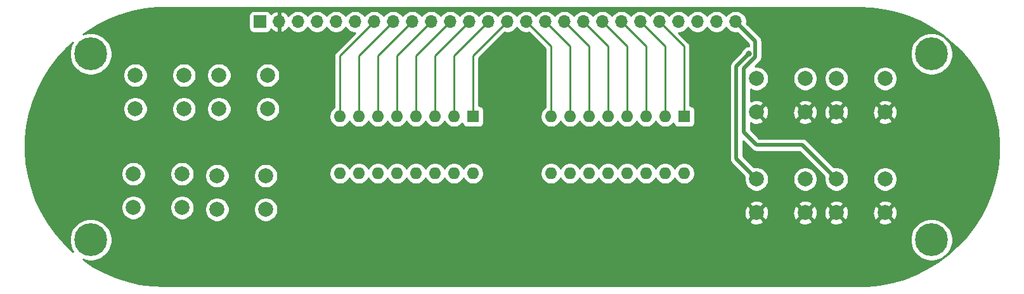
<source format=gbr>
%TF.GenerationSoftware,KiCad,Pcbnew,(5.1.9-0-10_14)*%
%TF.CreationDate,2021-07-06T13:22:30-04:00*%
%TF.ProjectId,prototyping-board,70726f74-6f74-4797-9069-6e672d626f61,rev?*%
%TF.SameCoordinates,Original*%
%TF.FileFunction,Copper,L2,Bot*%
%TF.FilePolarity,Positive*%
%FSLAX46Y46*%
G04 Gerber Fmt 4.6, Leading zero omitted, Abs format (unit mm)*
G04 Created by KiCad (PCBNEW (5.1.9-0-10_14)) date 2021-07-06 13:22:30*
%MOMM*%
%LPD*%
G01*
G04 APERTURE LIST*
%TA.AperFunction,ComponentPad*%
%ADD10C,4.400000*%
%TD*%
%TA.AperFunction,ComponentPad*%
%ADD11C,0.700000*%
%TD*%
%TA.AperFunction,ComponentPad*%
%ADD12O,1.600000X1.600000*%
%TD*%
%TA.AperFunction,ComponentPad*%
%ADD13R,1.600000X1.600000*%
%TD*%
%TA.AperFunction,ComponentPad*%
%ADD14O,1.700000X1.700000*%
%TD*%
%TA.AperFunction,ComponentPad*%
%ADD15R,1.700000X1.700000*%
%TD*%
%TA.AperFunction,ComponentPad*%
%ADD16C,2.000000*%
%TD*%
%TA.AperFunction,ViaPad*%
%ADD17C,0.800000*%
%TD*%
%TA.AperFunction,Conductor*%
%ADD18C,0.500000*%
%TD*%
%TA.AperFunction,Conductor*%
%ADD19C,0.250000*%
%TD*%
%TA.AperFunction,Conductor*%
%ADD20C,0.254000*%
%TD*%
%TA.AperFunction,Conductor*%
%ADD21C,0.100000*%
%TD*%
G04 APERTURE END LIST*
D10*
%TO.P,REF\u002A\u002A,1*%
%TO.N,N/C*%
X43434000Y-126746000D03*
D11*
X45084000Y-126746000D03*
X44600726Y-127912726D03*
X43434000Y-128396000D03*
X42267274Y-127912726D03*
X41784000Y-126746000D03*
X42267274Y-125579274D03*
X43434000Y-125096000D03*
X44600726Y-125579274D03*
%TD*%
%TO.P,REF\u002A\u002A,1*%
%TO.N,N/C*%
X44600726Y-100687274D03*
X43434000Y-100204000D03*
X42267274Y-100687274D03*
X41784000Y-101854000D03*
X42267274Y-103020726D03*
X43434000Y-103504000D03*
X44600726Y-103020726D03*
X45084000Y-101854000D03*
D10*
X43434000Y-101854000D03*
%TD*%
D11*
%TO.P,REF\u002A\u002A,1*%
%TO.N,N/C*%
X156868726Y-125579274D03*
X155702000Y-125096000D03*
X154535274Y-125579274D03*
X154052000Y-126746000D03*
X154535274Y-127912726D03*
X155702000Y-128396000D03*
X156868726Y-127912726D03*
X157352000Y-126746000D03*
D10*
X155702000Y-126746000D03*
%TD*%
D12*
%TO.P,SW8,16*%
%TO.N,Net-(R32-Pad1)*%
X122682000Y-117856000D03*
%TO.P,SW8,8*%
%TO.N,/B7*%
X104902000Y-110236000D03*
%TO.P,SW8,15*%
%TO.N,Net-(R31-Pad1)*%
X120142000Y-117856000D03*
%TO.P,SW8,7*%
%TO.N,/B6*%
X107442000Y-110236000D03*
%TO.P,SW8,14*%
%TO.N,Net-(R30-Pad1)*%
X117602000Y-117856000D03*
%TO.P,SW8,6*%
%TO.N,/B5*%
X109982000Y-110236000D03*
%TO.P,SW8,13*%
%TO.N,Net-(R29-Pad1)*%
X115062000Y-117856000D03*
%TO.P,SW8,5*%
%TO.N,/B4*%
X112522000Y-110236000D03*
%TO.P,SW8,12*%
%TO.N,Net-(R28-Pad1)*%
X112522000Y-117856000D03*
%TO.P,SW8,4*%
%TO.N,/B3*%
X115062000Y-110236000D03*
%TO.P,SW8,11*%
%TO.N,Net-(R27-Pad1)*%
X109982000Y-117856000D03*
%TO.P,SW8,3*%
%TO.N,/B2*%
X117602000Y-110236000D03*
%TO.P,SW8,10*%
%TO.N,Net-(R26-Pad1)*%
X107442000Y-117856000D03*
%TO.P,SW8,2*%
%TO.N,/B1*%
X120142000Y-110236000D03*
%TO.P,SW8,9*%
%TO.N,Net-(R25-Pad1)*%
X104902000Y-117856000D03*
D13*
%TO.P,SW8,1*%
%TO.N,/B0*%
X122682000Y-110236000D03*
%TD*%
D10*
%TO.P,REF\u002A\u002A,1*%
%TO.N,N/C*%
X155702000Y-101854000D03*
D11*
X157352000Y-101854000D03*
X156868726Y-103020726D03*
X155702000Y-103504000D03*
X154535274Y-103020726D03*
X154052000Y-101854000D03*
X154535274Y-100687274D03*
X155702000Y-100204000D03*
X156868726Y-100687274D03*
%TD*%
D14*
%TO.P,J1,26*%
%TO.N,Net-(J1-Pad26)*%
X129540000Y-97536000D03*
%TO.P,J1,25*%
%TO.N,Net-(J1-Pad25)*%
X127000000Y-97536000D03*
%TO.P,J1,24*%
%TO.N,Net-(J1-Pad24)*%
X124460000Y-97536000D03*
%TO.P,J1,23*%
%TO.N,Net-(J1-Pad23)*%
X121920000Y-97536000D03*
%TO.P,J1,22*%
%TO.N,/B0*%
X119380000Y-97536000D03*
%TO.P,J1,21*%
%TO.N,/B1*%
X116840000Y-97536000D03*
%TO.P,J1,20*%
%TO.N,/B2*%
X114300000Y-97536000D03*
%TO.P,J1,19*%
%TO.N,/B3*%
X111760000Y-97536000D03*
%TO.P,J1,18*%
%TO.N,/B4*%
X109220000Y-97536000D03*
%TO.P,J1,17*%
%TO.N,/B5*%
X106680000Y-97536000D03*
%TO.P,J1,16*%
%TO.N,/B6*%
X104140000Y-97536000D03*
%TO.P,J1,15*%
%TO.N,/B7*%
X101600000Y-97536000D03*
%TO.P,J1,14*%
%TO.N,/A0*%
X99060000Y-97536000D03*
%TO.P,J1,13*%
%TO.N,/A1*%
X96520000Y-97536000D03*
%TO.P,J1,12*%
%TO.N,/A2*%
X93980000Y-97536000D03*
%TO.P,J1,11*%
%TO.N,/A3*%
X91440000Y-97536000D03*
%TO.P,J1,10*%
%TO.N,/A4*%
X88900000Y-97536000D03*
%TO.P,J1,9*%
%TO.N,/A5*%
X86360000Y-97536000D03*
%TO.P,J1,8*%
%TO.N,/A6*%
X83820000Y-97536000D03*
%TO.P,J1,7*%
%TO.N,/A7*%
X81280000Y-97536000D03*
%TO.P,J1,6*%
%TO.N,Net-(J1-Pad6)*%
X78740000Y-97536000D03*
%TO.P,J1,5*%
%TO.N,Net-(J1-Pad5)*%
X76200000Y-97536000D03*
%TO.P,J1,4*%
%TO.N,Net-(J1-Pad4)*%
X73660000Y-97536000D03*
%TO.P,J1,3*%
%TO.N,Net-(J1-Pad3)*%
X71120000Y-97536000D03*
%TO.P,J1,2*%
%TO.N,GND*%
X68580000Y-97536000D03*
D15*
%TO.P,J1,1*%
%TO.N,VCC*%
X66040000Y-97536000D03*
%TD*%
D16*
%TO.P,SW10,1*%
%TO.N,Net-(J1-Pad26)*%
X149502000Y-118618000D03*
%TO.P,SW10,2*%
%TO.N,GND*%
X149502000Y-123118000D03*
%TO.P,SW10,1*%
%TO.N,Net-(J1-Pad26)*%
X143002000Y-118618000D03*
%TO.P,SW10,2*%
%TO.N,GND*%
X143002000Y-123118000D03*
%TD*%
%TO.P,SW9,1*%
%TO.N,Net-(J1-Pad25)*%
X138834000Y-118618000D03*
%TO.P,SW9,2*%
%TO.N,GND*%
X138834000Y-123118000D03*
%TO.P,SW9,1*%
%TO.N,Net-(J1-Pad25)*%
X132334000Y-118618000D03*
%TO.P,SW9,2*%
%TO.N,GND*%
X132334000Y-123118000D03*
%TD*%
%TO.P,SW6,1*%
%TO.N,Net-(J1-Pad24)*%
X149502000Y-105156000D03*
%TO.P,SW6,2*%
%TO.N,GND*%
X149502000Y-109656000D03*
%TO.P,SW6,1*%
%TO.N,Net-(J1-Pad24)*%
X143002000Y-105156000D03*
%TO.P,SW6,2*%
%TO.N,GND*%
X143002000Y-109656000D03*
%TD*%
%TO.P,SW5,1*%
%TO.N,Net-(J1-Pad23)*%
X138834000Y-105156000D03*
%TO.P,SW5,2*%
%TO.N,GND*%
X138834000Y-109656000D03*
%TO.P,SW5,1*%
%TO.N,Net-(J1-Pad23)*%
X132334000Y-105156000D03*
%TO.P,SW5,2*%
%TO.N,GND*%
X132334000Y-109656000D03*
%TD*%
%TO.P,SW4,1*%
%TO.N,VCC*%
X49380000Y-109220000D03*
%TO.P,SW4,2*%
%TO.N,Net-(J1-Pad5)*%
X49380000Y-104720000D03*
%TO.P,SW4,1*%
%TO.N,VCC*%
X55880000Y-109220000D03*
%TO.P,SW4,2*%
%TO.N,Net-(J1-Pad5)*%
X55880000Y-104720000D03*
%TD*%
%TO.P,SW3,1*%
%TO.N,VCC*%
X49126000Y-122428000D03*
%TO.P,SW3,2*%
%TO.N,Net-(J1-Pad4)*%
X49126000Y-117928000D03*
%TO.P,SW3,1*%
%TO.N,VCC*%
X55626000Y-122428000D03*
%TO.P,SW3,2*%
%TO.N,Net-(J1-Pad4)*%
X55626000Y-117928000D03*
%TD*%
%TO.P,SW2,1*%
%TO.N,VCC*%
X60556000Y-109220000D03*
%TO.P,SW2,2*%
%TO.N,Net-(J1-Pad3)*%
X60556000Y-104720000D03*
%TO.P,SW2,1*%
%TO.N,VCC*%
X67056000Y-109220000D03*
%TO.P,SW2,2*%
%TO.N,Net-(J1-Pad3)*%
X67056000Y-104720000D03*
%TD*%
%TO.P,SW1,1*%
%TO.N,VCC*%
X60302000Y-122682000D03*
%TO.P,SW1,2*%
%TO.N,Net-(J1-Pad6)*%
X60302000Y-118182000D03*
%TO.P,SW1,1*%
%TO.N,VCC*%
X66802000Y-122682000D03*
%TO.P,SW1,2*%
%TO.N,Net-(J1-Pad6)*%
X66802000Y-118182000D03*
%TD*%
D12*
%TO.P,SW7,16*%
%TO.N,Net-(R8-Pad1)*%
X94488000Y-117856000D03*
%TO.P,SW7,8*%
%TO.N,/A7*%
X76708000Y-110236000D03*
%TO.P,SW7,15*%
%TO.N,Net-(R7-Pad1)*%
X91948000Y-117856000D03*
%TO.P,SW7,7*%
%TO.N,/A6*%
X79248000Y-110236000D03*
%TO.P,SW7,14*%
%TO.N,Net-(R6-Pad1)*%
X89408000Y-117856000D03*
%TO.P,SW7,6*%
%TO.N,/A5*%
X81788000Y-110236000D03*
%TO.P,SW7,13*%
%TO.N,Net-(R5-Pad1)*%
X86868000Y-117856000D03*
%TO.P,SW7,5*%
%TO.N,/A4*%
X84328000Y-110236000D03*
%TO.P,SW7,12*%
%TO.N,Net-(R4-Pad1)*%
X84328000Y-117856000D03*
%TO.P,SW7,4*%
%TO.N,/A3*%
X86868000Y-110236000D03*
%TO.P,SW7,11*%
%TO.N,Net-(R3-Pad1)*%
X81788000Y-117856000D03*
%TO.P,SW7,3*%
%TO.N,/A2*%
X89408000Y-110236000D03*
%TO.P,SW7,10*%
%TO.N,Net-(R2-Pad1)*%
X79248000Y-117856000D03*
%TO.P,SW7,2*%
%TO.N,/A1*%
X91948000Y-110236000D03*
%TO.P,SW7,9*%
%TO.N,Net-(R1-Pad1)*%
X76708000Y-117856000D03*
D13*
%TO.P,SW7,1*%
%TO.N,/A0*%
X94488000Y-110236000D03*
%TD*%
D17*
%TO.N,GND*%
X94845500Y-122832500D03*
X104497500Y-122832500D03*
X135454000Y-109656000D03*
X146122000Y-109656000D03*
X146122000Y-123118000D03*
X135708000Y-123118000D03*
X53086000Y-101600000D03*
X53086000Y-115062000D03*
X64008000Y-115062000D03*
%TO.N,Net-(J1-Pad25)*%
X131318000Y-101854000D03*
%TD*%
D18*
%TO.N,Net-(J1-Pad26)*%
X130644001Y-103786001D02*
X130644001Y-112356001D01*
X130644001Y-112356001D02*
X132334000Y-114046000D01*
X138430000Y-114046000D02*
X143002000Y-118618000D01*
X132168001Y-100164001D02*
X132168001Y-102262001D01*
X129540000Y-97536000D02*
X132168001Y-100164001D01*
X132168001Y-102262001D02*
X130644001Y-103786001D01*
X132334000Y-114046000D02*
X138430000Y-114046000D01*
%TO.N,Net-(J1-Pad25)*%
X129647999Y-103524001D02*
X131318000Y-101854000D01*
X129647999Y-115931999D02*
X129647999Y-103524001D01*
X132334000Y-118618000D02*
X129647999Y-115931999D01*
D19*
%TO.N,/B0*%
X122682000Y-100838000D02*
X119380000Y-97536000D01*
X122682000Y-110236000D02*
X122682000Y-100838000D01*
%TO.N,/B1*%
X120142000Y-100838000D02*
X116840000Y-97536000D01*
X120142000Y-110236000D02*
X120142000Y-100838000D01*
%TO.N,/B2*%
X117602000Y-100838000D02*
X114300000Y-97536000D01*
X117602000Y-110236000D02*
X117602000Y-100838000D01*
%TO.N,/B3*%
X115062000Y-100838000D02*
X111760000Y-97536000D01*
X115062000Y-110236000D02*
X115062000Y-100838000D01*
%TO.N,/B4*%
X112522000Y-100838000D02*
X109220000Y-97536000D01*
X112522000Y-110236000D02*
X112522000Y-100838000D01*
%TO.N,/B5*%
X109982000Y-100838000D02*
X106680000Y-97536000D01*
X109982000Y-110236000D02*
X109982000Y-100838000D01*
%TO.N,/B6*%
X107442000Y-100838000D02*
X104140000Y-97536000D01*
X107442000Y-110236000D02*
X107442000Y-100838000D01*
%TO.N,/B7*%
X104902000Y-100838000D02*
X101600000Y-97536000D01*
X104902000Y-110236000D02*
X104902000Y-100838000D01*
%TO.N,/A0*%
X94488000Y-102108000D02*
X99060000Y-97536000D01*
X94488000Y-110236000D02*
X94488000Y-102108000D01*
%TO.N,/A1*%
X91948000Y-102108000D02*
X96520000Y-97536000D01*
X91948000Y-110236000D02*
X91948000Y-102108000D01*
%TO.N,/A2*%
X89408000Y-102108000D02*
X93980000Y-97536000D01*
X89408000Y-110236000D02*
X89408000Y-102108000D01*
%TO.N,/A3*%
X86868000Y-102108000D02*
X91440000Y-97536000D01*
X86868000Y-110236000D02*
X86868000Y-102108000D01*
%TO.N,/A4*%
X84328000Y-102108000D02*
X88900000Y-97536000D01*
X84328000Y-110236000D02*
X84328000Y-102108000D01*
%TO.N,/A5*%
X81788000Y-102108000D02*
X86360000Y-97536000D01*
X81788000Y-110236000D02*
X81788000Y-102108000D01*
%TO.N,/A6*%
X79248000Y-102108000D02*
X83820000Y-97536000D01*
X79248000Y-110236000D02*
X79248000Y-102108000D01*
%TO.N,/A7*%
X76708000Y-102108000D02*
X81280000Y-97536000D01*
X76708000Y-110236000D02*
X76708000Y-102108000D01*
%TD*%
D20*
%TO.N,GND*%
X147739693Y-95733409D02*
X149415482Y-95962963D01*
X151063552Y-96343451D01*
X152670375Y-96871747D01*
X154222691Y-97543494D01*
X155707745Y-98353172D01*
X157113304Y-99294112D01*
X158427790Y-100358562D01*
X159640395Y-101537769D01*
X160741136Y-102822025D01*
X161720955Y-104200765D01*
X162571779Y-105662629D01*
X163286608Y-107195584D01*
X163859560Y-108787019D01*
X164285916Y-110423829D01*
X164562172Y-112092555D01*
X164686051Y-113779457D01*
X164656531Y-115470613D01*
X164473857Y-117152165D01*
X164139533Y-118810224D01*
X163656312Y-120431160D01*
X163028161Y-122001647D01*
X162260273Y-123508711D01*
X161358947Y-124939994D01*
X160331614Y-126283690D01*
X159186723Y-127528750D01*
X157933694Y-128664927D01*
X156582854Y-129682856D01*
X155145325Y-130574162D01*
X153632918Y-131331520D01*
X152058105Y-131948682D01*
X150433829Y-132420578D01*
X148773469Y-132743319D01*
X147084966Y-132914832D01*
X146040773Y-132943998D01*
X53354987Y-132943998D01*
X51650307Y-132866589D01*
X49974518Y-132637035D01*
X48326438Y-132256545D01*
X46719625Y-131728251D01*
X45167305Y-131056502D01*
X43682257Y-130246828D01*
X42391589Y-129382801D01*
X42607061Y-129472052D01*
X43154777Y-129581000D01*
X43713223Y-129581000D01*
X44260939Y-129472052D01*
X44776876Y-129258344D01*
X45241207Y-128948088D01*
X45636088Y-128553207D01*
X45946344Y-128088876D01*
X46160052Y-127572939D01*
X46269000Y-127025223D01*
X46269000Y-126466777D01*
X152867000Y-126466777D01*
X152867000Y-127025223D01*
X152975948Y-127572939D01*
X153189656Y-128088876D01*
X153499912Y-128553207D01*
X153894793Y-128948088D01*
X154359124Y-129258344D01*
X154875061Y-129472052D01*
X155422777Y-129581000D01*
X155981223Y-129581000D01*
X156528939Y-129472052D01*
X157044876Y-129258344D01*
X157509207Y-128948088D01*
X157904088Y-128553207D01*
X158214344Y-128088876D01*
X158428052Y-127572939D01*
X158537000Y-127025223D01*
X158537000Y-126466777D01*
X158428052Y-125919061D01*
X158214344Y-125403124D01*
X157904088Y-124938793D01*
X157509207Y-124543912D01*
X157044876Y-124233656D01*
X156528939Y-124019948D01*
X155981223Y-123911000D01*
X155422777Y-123911000D01*
X154875061Y-124019948D01*
X154359124Y-124233656D01*
X153894793Y-124543912D01*
X153499912Y-124938793D01*
X153189656Y-125403124D01*
X152975948Y-125919061D01*
X152867000Y-126466777D01*
X46269000Y-126466777D01*
X46160052Y-125919061D01*
X45946344Y-125403124D01*
X45636088Y-124938793D01*
X45241207Y-124543912D01*
X44776876Y-124233656D01*
X44260939Y-124019948D01*
X43713223Y-123911000D01*
X43154777Y-123911000D01*
X42607061Y-124019948D01*
X42091124Y-124233656D01*
X41626793Y-124543912D01*
X41231912Y-124938793D01*
X40921656Y-125403124D01*
X40707948Y-125919061D01*
X40599000Y-126466777D01*
X40599000Y-127025223D01*
X40707948Y-127572939D01*
X40921656Y-128088876D01*
X41095967Y-128349751D01*
X40962216Y-128241442D01*
X39749605Y-127062229D01*
X38648864Y-125777973D01*
X37669046Y-124399235D01*
X36818225Y-122937377D01*
X36505608Y-122266967D01*
X47491000Y-122266967D01*
X47491000Y-122589033D01*
X47553832Y-122904912D01*
X47677082Y-123202463D01*
X47856013Y-123470252D01*
X48083748Y-123697987D01*
X48351537Y-123876918D01*
X48649088Y-124000168D01*
X48964967Y-124063000D01*
X49287033Y-124063000D01*
X49602912Y-124000168D01*
X49900463Y-123876918D01*
X50168252Y-123697987D01*
X50395987Y-123470252D01*
X50574918Y-123202463D01*
X50698168Y-122904912D01*
X50761000Y-122589033D01*
X50761000Y-122266967D01*
X53991000Y-122266967D01*
X53991000Y-122589033D01*
X54053832Y-122904912D01*
X54177082Y-123202463D01*
X54356013Y-123470252D01*
X54583748Y-123697987D01*
X54851537Y-123876918D01*
X55149088Y-124000168D01*
X55464967Y-124063000D01*
X55787033Y-124063000D01*
X56102912Y-124000168D01*
X56400463Y-123876918D01*
X56668252Y-123697987D01*
X56895987Y-123470252D01*
X57074918Y-123202463D01*
X57198168Y-122904912D01*
X57261000Y-122589033D01*
X57261000Y-122520967D01*
X58667000Y-122520967D01*
X58667000Y-122843033D01*
X58729832Y-123158912D01*
X58853082Y-123456463D01*
X59032013Y-123724252D01*
X59259748Y-123951987D01*
X59527537Y-124130918D01*
X59825088Y-124254168D01*
X60140967Y-124317000D01*
X60463033Y-124317000D01*
X60778912Y-124254168D01*
X61076463Y-124130918D01*
X61344252Y-123951987D01*
X61571987Y-123724252D01*
X61750918Y-123456463D01*
X61874168Y-123158912D01*
X61937000Y-122843033D01*
X61937000Y-122520967D01*
X65167000Y-122520967D01*
X65167000Y-122843033D01*
X65229832Y-123158912D01*
X65353082Y-123456463D01*
X65532013Y-123724252D01*
X65759748Y-123951987D01*
X66027537Y-124130918D01*
X66325088Y-124254168D01*
X66640967Y-124317000D01*
X66963033Y-124317000D01*
X67278912Y-124254168D01*
X67280734Y-124253413D01*
X131378192Y-124253413D01*
X131473956Y-124517814D01*
X131763571Y-124658704D01*
X132075108Y-124740384D01*
X132396595Y-124759718D01*
X132715675Y-124715961D01*
X133020088Y-124610795D01*
X133194044Y-124517814D01*
X133289808Y-124253413D01*
X137878192Y-124253413D01*
X137973956Y-124517814D01*
X138263571Y-124658704D01*
X138575108Y-124740384D01*
X138896595Y-124759718D01*
X139215675Y-124715961D01*
X139520088Y-124610795D01*
X139694044Y-124517814D01*
X139789808Y-124253413D01*
X142046192Y-124253413D01*
X142141956Y-124517814D01*
X142431571Y-124658704D01*
X142743108Y-124740384D01*
X143064595Y-124759718D01*
X143383675Y-124715961D01*
X143688088Y-124610795D01*
X143862044Y-124517814D01*
X143957808Y-124253413D01*
X148546192Y-124253413D01*
X148641956Y-124517814D01*
X148931571Y-124658704D01*
X149243108Y-124740384D01*
X149564595Y-124759718D01*
X149883675Y-124715961D01*
X150188088Y-124610795D01*
X150362044Y-124517814D01*
X150457808Y-124253413D01*
X149502000Y-123297605D01*
X148546192Y-124253413D01*
X143957808Y-124253413D01*
X143002000Y-123297605D01*
X142046192Y-124253413D01*
X139789808Y-124253413D01*
X138834000Y-123297605D01*
X137878192Y-124253413D01*
X133289808Y-124253413D01*
X132334000Y-123297605D01*
X131378192Y-124253413D01*
X67280734Y-124253413D01*
X67576463Y-124130918D01*
X67844252Y-123951987D01*
X68071987Y-123724252D01*
X68250918Y-123456463D01*
X68365186Y-123180595D01*
X130692282Y-123180595D01*
X130736039Y-123499675D01*
X130841205Y-123804088D01*
X130934186Y-123978044D01*
X131198587Y-124073808D01*
X132154395Y-123118000D01*
X132513605Y-123118000D01*
X133469413Y-124073808D01*
X133733814Y-123978044D01*
X133874704Y-123688429D01*
X133956384Y-123376892D01*
X133968189Y-123180595D01*
X137192282Y-123180595D01*
X137236039Y-123499675D01*
X137341205Y-123804088D01*
X137434186Y-123978044D01*
X137698587Y-124073808D01*
X138654395Y-123118000D01*
X139013605Y-123118000D01*
X139969413Y-124073808D01*
X140233814Y-123978044D01*
X140374704Y-123688429D01*
X140456384Y-123376892D01*
X140468189Y-123180595D01*
X141360282Y-123180595D01*
X141404039Y-123499675D01*
X141509205Y-123804088D01*
X141602186Y-123978044D01*
X141866587Y-124073808D01*
X142822395Y-123118000D01*
X143181605Y-123118000D01*
X144137413Y-124073808D01*
X144401814Y-123978044D01*
X144542704Y-123688429D01*
X144624384Y-123376892D01*
X144636189Y-123180595D01*
X147860282Y-123180595D01*
X147904039Y-123499675D01*
X148009205Y-123804088D01*
X148102186Y-123978044D01*
X148366587Y-124073808D01*
X149322395Y-123118000D01*
X149681605Y-123118000D01*
X150637413Y-124073808D01*
X150901814Y-123978044D01*
X151042704Y-123688429D01*
X151124384Y-123376892D01*
X151143718Y-123055405D01*
X151099961Y-122736325D01*
X150994795Y-122431912D01*
X150901814Y-122257956D01*
X150637413Y-122162192D01*
X149681605Y-123118000D01*
X149322395Y-123118000D01*
X148366587Y-122162192D01*
X148102186Y-122257956D01*
X147961296Y-122547571D01*
X147879616Y-122859108D01*
X147860282Y-123180595D01*
X144636189Y-123180595D01*
X144643718Y-123055405D01*
X144599961Y-122736325D01*
X144494795Y-122431912D01*
X144401814Y-122257956D01*
X144137413Y-122162192D01*
X143181605Y-123118000D01*
X142822395Y-123118000D01*
X141866587Y-122162192D01*
X141602186Y-122257956D01*
X141461296Y-122547571D01*
X141379616Y-122859108D01*
X141360282Y-123180595D01*
X140468189Y-123180595D01*
X140475718Y-123055405D01*
X140431961Y-122736325D01*
X140326795Y-122431912D01*
X140233814Y-122257956D01*
X139969413Y-122162192D01*
X139013605Y-123118000D01*
X138654395Y-123118000D01*
X137698587Y-122162192D01*
X137434186Y-122257956D01*
X137293296Y-122547571D01*
X137211616Y-122859108D01*
X137192282Y-123180595D01*
X133968189Y-123180595D01*
X133975718Y-123055405D01*
X133931961Y-122736325D01*
X133826795Y-122431912D01*
X133733814Y-122257956D01*
X133469413Y-122162192D01*
X132513605Y-123118000D01*
X132154395Y-123118000D01*
X131198587Y-122162192D01*
X130934186Y-122257956D01*
X130793296Y-122547571D01*
X130711616Y-122859108D01*
X130692282Y-123180595D01*
X68365186Y-123180595D01*
X68374168Y-123158912D01*
X68437000Y-122843033D01*
X68437000Y-122520967D01*
X68374168Y-122205088D01*
X68282005Y-121982587D01*
X131378192Y-121982587D01*
X132334000Y-122938395D01*
X133289808Y-121982587D01*
X137878192Y-121982587D01*
X138834000Y-122938395D01*
X139789808Y-121982587D01*
X142046192Y-121982587D01*
X143002000Y-122938395D01*
X143957808Y-121982587D01*
X148546192Y-121982587D01*
X149502000Y-122938395D01*
X150457808Y-121982587D01*
X150362044Y-121718186D01*
X150072429Y-121577296D01*
X149760892Y-121495616D01*
X149439405Y-121476282D01*
X149120325Y-121520039D01*
X148815912Y-121625205D01*
X148641956Y-121718186D01*
X148546192Y-121982587D01*
X143957808Y-121982587D01*
X143862044Y-121718186D01*
X143572429Y-121577296D01*
X143260892Y-121495616D01*
X142939405Y-121476282D01*
X142620325Y-121520039D01*
X142315912Y-121625205D01*
X142141956Y-121718186D01*
X142046192Y-121982587D01*
X139789808Y-121982587D01*
X139694044Y-121718186D01*
X139404429Y-121577296D01*
X139092892Y-121495616D01*
X138771405Y-121476282D01*
X138452325Y-121520039D01*
X138147912Y-121625205D01*
X137973956Y-121718186D01*
X137878192Y-121982587D01*
X133289808Y-121982587D01*
X133194044Y-121718186D01*
X132904429Y-121577296D01*
X132592892Y-121495616D01*
X132271405Y-121476282D01*
X131952325Y-121520039D01*
X131647912Y-121625205D01*
X131473956Y-121718186D01*
X131378192Y-121982587D01*
X68282005Y-121982587D01*
X68250918Y-121907537D01*
X68071987Y-121639748D01*
X67844252Y-121412013D01*
X67576463Y-121233082D01*
X67278912Y-121109832D01*
X66963033Y-121047000D01*
X66640967Y-121047000D01*
X66325088Y-121109832D01*
X66027537Y-121233082D01*
X65759748Y-121412013D01*
X65532013Y-121639748D01*
X65353082Y-121907537D01*
X65229832Y-122205088D01*
X65167000Y-122520967D01*
X61937000Y-122520967D01*
X61874168Y-122205088D01*
X61750918Y-121907537D01*
X61571987Y-121639748D01*
X61344252Y-121412013D01*
X61076463Y-121233082D01*
X60778912Y-121109832D01*
X60463033Y-121047000D01*
X60140967Y-121047000D01*
X59825088Y-121109832D01*
X59527537Y-121233082D01*
X59259748Y-121412013D01*
X59032013Y-121639748D01*
X58853082Y-121907537D01*
X58729832Y-122205088D01*
X58667000Y-122520967D01*
X57261000Y-122520967D01*
X57261000Y-122266967D01*
X57198168Y-121951088D01*
X57074918Y-121653537D01*
X56895987Y-121385748D01*
X56668252Y-121158013D01*
X56400463Y-120979082D01*
X56102912Y-120855832D01*
X55787033Y-120793000D01*
X55464967Y-120793000D01*
X55149088Y-120855832D01*
X54851537Y-120979082D01*
X54583748Y-121158013D01*
X54356013Y-121385748D01*
X54177082Y-121653537D01*
X54053832Y-121951088D01*
X53991000Y-122266967D01*
X50761000Y-122266967D01*
X50698168Y-121951088D01*
X50574918Y-121653537D01*
X50395987Y-121385748D01*
X50168252Y-121158013D01*
X49900463Y-120979082D01*
X49602912Y-120855832D01*
X49287033Y-120793000D01*
X48964967Y-120793000D01*
X48649088Y-120855832D01*
X48351537Y-120979082D01*
X48083748Y-121158013D01*
X47856013Y-121385748D01*
X47677082Y-121653537D01*
X47553832Y-121951088D01*
X47491000Y-122266967D01*
X36505608Y-122266967D01*
X36103392Y-121404414D01*
X35530441Y-119812982D01*
X35104084Y-118176169D01*
X35036341Y-117766967D01*
X47491000Y-117766967D01*
X47491000Y-118089033D01*
X47553832Y-118404912D01*
X47677082Y-118702463D01*
X47856013Y-118970252D01*
X48083748Y-119197987D01*
X48351537Y-119376918D01*
X48649088Y-119500168D01*
X48964967Y-119563000D01*
X49287033Y-119563000D01*
X49602912Y-119500168D01*
X49900463Y-119376918D01*
X50168252Y-119197987D01*
X50395987Y-118970252D01*
X50574918Y-118702463D01*
X50698168Y-118404912D01*
X50761000Y-118089033D01*
X50761000Y-117766967D01*
X53991000Y-117766967D01*
X53991000Y-118089033D01*
X54053832Y-118404912D01*
X54177082Y-118702463D01*
X54356013Y-118970252D01*
X54583748Y-119197987D01*
X54851537Y-119376918D01*
X55149088Y-119500168D01*
X55464967Y-119563000D01*
X55787033Y-119563000D01*
X56102912Y-119500168D01*
X56400463Y-119376918D01*
X56668252Y-119197987D01*
X56895987Y-118970252D01*
X57074918Y-118702463D01*
X57198168Y-118404912D01*
X57261000Y-118089033D01*
X57261000Y-118020967D01*
X58667000Y-118020967D01*
X58667000Y-118343033D01*
X58729832Y-118658912D01*
X58853082Y-118956463D01*
X59032013Y-119224252D01*
X59259748Y-119451987D01*
X59527537Y-119630918D01*
X59825088Y-119754168D01*
X60140967Y-119817000D01*
X60463033Y-119817000D01*
X60778912Y-119754168D01*
X61076463Y-119630918D01*
X61344252Y-119451987D01*
X61571987Y-119224252D01*
X61750918Y-118956463D01*
X61874168Y-118658912D01*
X61937000Y-118343033D01*
X61937000Y-118020967D01*
X65167000Y-118020967D01*
X65167000Y-118343033D01*
X65229832Y-118658912D01*
X65353082Y-118956463D01*
X65532013Y-119224252D01*
X65759748Y-119451987D01*
X66027537Y-119630918D01*
X66325088Y-119754168D01*
X66640967Y-119817000D01*
X66963033Y-119817000D01*
X67278912Y-119754168D01*
X67576463Y-119630918D01*
X67844252Y-119451987D01*
X68071987Y-119224252D01*
X68250918Y-118956463D01*
X68374168Y-118658912D01*
X68437000Y-118343033D01*
X68437000Y-118020967D01*
X68376073Y-117714665D01*
X75273000Y-117714665D01*
X75273000Y-117997335D01*
X75328147Y-118274574D01*
X75436320Y-118535727D01*
X75593363Y-118770759D01*
X75793241Y-118970637D01*
X76028273Y-119127680D01*
X76289426Y-119235853D01*
X76566665Y-119291000D01*
X76849335Y-119291000D01*
X77126574Y-119235853D01*
X77387727Y-119127680D01*
X77622759Y-118970637D01*
X77822637Y-118770759D01*
X77978000Y-118538241D01*
X78133363Y-118770759D01*
X78333241Y-118970637D01*
X78568273Y-119127680D01*
X78829426Y-119235853D01*
X79106665Y-119291000D01*
X79389335Y-119291000D01*
X79666574Y-119235853D01*
X79927727Y-119127680D01*
X80162759Y-118970637D01*
X80362637Y-118770759D01*
X80518000Y-118538241D01*
X80673363Y-118770759D01*
X80873241Y-118970637D01*
X81108273Y-119127680D01*
X81369426Y-119235853D01*
X81646665Y-119291000D01*
X81929335Y-119291000D01*
X82206574Y-119235853D01*
X82467727Y-119127680D01*
X82702759Y-118970637D01*
X82902637Y-118770759D01*
X83058000Y-118538241D01*
X83213363Y-118770759D01*
X83413241Y-118970637D01*
X83648273Y-119127680D01*
X83909426Y-119235853D01*
X84186665Y-119291000D01*
X84469335Y-119291000D01*
X84746574Y-119235853D01*
X85007727Y-119127680D01*
X85242759Y-118970637D01*
X85442637Y-118770759D01*
X85598000Y-118538241D01*
X85753363Y-118770759D01*
X85953241Y-118970637D01*
X86188273Y-119127680D01*
X86449426Y-119235853D01*
X86726665Y-119291000D01*
X87009335Y-119291000D01*
X87286574Y-119235853D01*
X87547727Y-119127680D01*
X87782759Y-118970637D01*
X87982637Y-118770759D01*
X88138000Y-118538241D01*
X88293363Y-118770759D01*
X88493241Y-118970637D01*
X88728273Y-119127680D01*
X88989426Y-119235853D01*
X89266665Y-119291000D01*
X89549335Y-119291000D01*
X89826574Y-119235853D01*
X90087727Y-119127680D01*
X90322759Y-118970637D01*
X90522637Y-118770759D01*
X90678000Y-118538241D01*
X90833363Y-118770759D01*
X91033241Y-118970637D01*
X91268273Y-119127680D01*
X91529426Y-119235853D01*
X91806665Y-119291000D01*
X92089335Y-119291000D01*
X92366574Y-119235853D01*
X92627727Y-119127680D01*
X92862759Y-118970637D01*
X93062637Y-118770759D01*
X93218000Y-118538241D01*
X93373363Y-118770759D01*
X93573241Y-118970637D01*
X93808273Y-119127680D01*
X94069426Y-119235853D01*
X94346665Y-119291000D01*
X94629335Y-119291000D01*
X94906574Y-119235853D01*
X95167727Y-119127680D01*
X95402759Y-118970637D01*
X95602637Y-118770759D01*
X95759680Y-118535727D01*
X95867853Y-118274574D01*
X95923000Y-117997335D01*
X95923000Y-117714665D01*
X103467000Y-117714665D01*
X103467000Y-117997335D01*
X103522147Y-118274574D01*
X103630320Y-118535727D01*
X103787363Y-118770759D01*
X103987241Y-118970637D01*
X104222273Y-119127680D01*
X104483426Y-119235853D01*
X104760665Y-119291000D01*
X105043335Y-119291000D01*
X105320574Y-119235853D01*
X105581727Y-119127680D01*
X105816759Y-118970637D01*
X106016637Y-118770759D01*
X106172000Y-118538241D01*
X106327363Y-118770759D01*
X106527241Y-118970637D01*
X106762273Y-119127680D01*
X107023426Y-119235853D01*
X107300665Y-119291000D01*
X107583335Y-119291000D01*
X107860574Y-119235853D01*
X108121727Y-119127680D01*
X108356759Y-118970637D01*
X108556637Y-118770759D01*
X108712000Y-118538241D01*
X108867363Y-118770759D01*
X109067241Y-118970637D01*
X109302273Y-119127680D01*
X109563426Y-119235853D01*
X109840665Y-119291000D01*
X110123335Y-119291000D01*
X110400574Y-119235853D01*
X110661727Y-119127680D01*
X110896759Y-118970637D01*
X111096637Y-118770759D01*
X111252000Y-118538241D01*
X111407363Y-118770759D01*
X111607241Y-118970637D01*
X111842273Y-119127680D01*
X112103426Y-119235853D01*
X112380665Y-119291000D01*
X112663335Y-119291000D01*
X112940574Y-119235853D01*
X113201727Y-119127680D01*
X113436759Y-118970637D01*
X113636637Y-118770759D01*
X113792000Y-118538241D01*
X113947363Y-118770759D01*
X114147241Y-118970637D01*
X114382273Y-119127680D01*
X114643426Y-119235853D01*
X114920665Y-119291000D01*
X115203335Y-119291000D01*
X115480574Y-119235853D01*
X115741727Y-119127680D01*
X115976759Y-118970637D01*
X116176637Y-118770759D01*
X116332000Y-118538241D01*
X116487363Y-118770759D01*
X116687241Y-118970637D01*
X116922273Y-119127680D01*
X117183426Y-119235853D01*
X117460665Y-119291000D01*
X117743335Y-119291000D01*
X118020574Y-119235853D01*
X118281727Y-119127680D01*
X118516759Y-118970637D01*
X118716637Y-118770759D01*
X118872000Y-118538241D01*
X119027363Y-118770759D01*
X119227241Y-118970637D01*
X119462273Y-119127680D01*
X119723426Y-119235853D01*
X120000665Y-119291000D01*
X120283335Y-119291000D01*
X120560574Y-119235853D01*
X120821727Y-119127680D01*
X121056759Y-118970637D01*
X121256637Y-118770759D01*
X121412000Y-118538241D01*
X121567363Y-118770759D01*
X121767241Y-118970637D01*
X122002273Y-119127680D01*
X122263426Y-119235853D01*
X122540665Y-119291000D01*
X122823335Y-119291000D01*
X123100574Y-119235853D01*
X123361727Y-119127680D01*
X123596759Y-118970637D01*
X123796637Y-118770759D01*
X123953680Y-118535727D01*
X124061853Y-118274574D01*
X124117000Y-117997335D01*
X124117000Y-117714665D01*
X124061853Y-117437426D01*
X123953680Y-117176273D01*
X123796637Y-116941241D01*
X123596759Y-116741363D01*
X123361727Y-116584320D01*
X123100574Y-116476147D01*
X122823335Y-116421000D01*
X122540665Y-116421000D01*
X122263426Y-116476147D01*
X122002273Y-116584320D01*
X121767241Y-116741363D01*
X121567363Y-116941241D01*
X121412000Y-117173759D01*
X121256637Y-116941241D01*
X121056759Y-116741363D01*
X120821727Y-116584320D01*
X120560574Y-116476147D01*
X120283335Y-116421000D01*
X120000665Y-116421000D01*
X119723426Y-116476147D01*
X119462273Y-116584320D01*
X119227241Y-116741363D01*
X119027363Y-116941241D01*
X118872000Y-117173759D01*
X118716637Y-116941241D01*
X118516759Y-116741363D01*
X118281727Y-116584320D01*
X118020574Y-116476147D01*
X117743335Y-116421000D01*
X117460665Y-116421000D01*
X117183426Y-116476147D01*
X116922273Y-116584320D01*
X116687241Y-116741363D01*
X116487363Y-116941241D01*
X116332000Y-117173759D01*
X116176637Y-116941241D01*
X115976759Y-116741363D01*
X115741727Y-116584320D01*
X115480574Y-116476147D01*
X115203335Y-116421000D01*
X114920665Y-116421000D01*
X114643426Y-116476147D01*
X114382273Y-116584320D01*
X114147241Y-116741363D01*
X113947363Y-116941241D01*
X113792000Y-117173759D01*
X113636637Y-116941241D01*
X113436759Y-116741363D01*
X113201727Y-116584320D01*
X112940574Y-116476147D01*
X112663335Y-116421000D01*
X112380665Y-116421000D01*
X112103426Y-116476147D01*
X111842273Y-116584320D01*
X111607241Y-116741363D01*
X111407363Y-116941241D01*
X111252000Y-117173759D01*
X111096637Y-116941241D01*
X110896759Y-116741363D01*
X110661727Y-116584320D01*
X110400574Y-116476147D01*
X110123335Y-116421000D01*
X109840665Y-116421000D01*
X109563426Y-116476147D01*
X109302273Y-116584320D01*
X109067241Y-116741363D01*
X108867363Y-116941241D01*
X108712000Y-117173759D01*
X108556637Y-116941241D01*
X108356759Y-116741363D01*
X108121727Y-116584320D01*
X107860574Y-116476147D01*
X107583335Y-116421000D01*
X107300665Y-116421000D01*
X107023426Y-116476147D01*
X106762273Y-116584320D01*
X106527241Y-116741363D01*
X106327363Y-116941241D01*
X106172000Y-117173759D01*
X106016637Y-116941241D01*
X105816759Y-116741363D01*
X105581727Y-116584320D01*
X105320574Y-116476147D01*
X105043335Y-116421000D01*
X104760665Y-116421000D01*
X104483426Y-116476147D01*
X104222273Y-116584320D01*
X103987241Y-116741363D01*
X103787363Y-116941241D01*
X103630320Y-117176273D01*
X103522147Y-117437426D01*
X103467000Y-117714665D01*
X95923000Y-117714665D01*
X95867853Y-117437426D01*
X95759680Y-117176273D01*
X95602637Y-116941241D01*
X95402759Y-116741363D01*
X95167727Y-116584320D01*
X94906574Y-116476147D01*
X94629335Y-116421000D01*
X94346665Y-116421000D01*
X94069426Y-116476147D01*
X93808273Y-116584320D01*
X93573241Y-116741363D01*
X93373363Y-116941241D01*
X93218000Y-117173759D01*
X93062637Y-116941241D01*
X92862759Y-116741363D01*
X92627727Y-116584320D01*
X92366574Y-116476147D01*
X92089335Y-116421000D01*
X91806665Y-116421000D01*
X91529426Y-116476147D01*
X91268273Y-116584320D01*
X91033241Y-116741363D01*
X90833363Y-116941241D01*
X90678000Y-117173759D01*
X90522637Y-116941241D01*
X90322759Y-116741363D01*
X90087727Y-116584320D01*
X89826574Y-116476147D01*
X89549335Y-116421000D01*
X89266665Y-116421000D01*
X88989426Y-116476147D01*
X88728273Y-116584320D01*
X88493241Y-116741363D01*
X88293363Y-116941241D01*
X88138000Y-117173759D01*
X87982637Y-116941241D01*
X87782759Y-116741363D01*
X87547727Y-116584320D01*
X87286574Y-116476147D01*
X87009335Y-116421000D01*
X86726665Y-116421000D01*
X86449426Y-116476147D01*
X86188273Y-116584320D01*
X85953241Y-116741363D01*
X85753363Y-116941241D01*
X85598000Y-117173759D01*
X85442637Y-116941241D01*
X85242759Y-116741363D01*
X85007727Y-116584320D01*
X84746574Y-116476147D01*
X84469335Y-116421000D01*
X84186665Y-116421000D01*
X83909426Y-116476147D01*
X83648273Y-116584320D01*
X83413241Y-116741363D01*
X83213363Y-116941241D01*
X83058000Y-117173759D01*
X82902637Y-116941241D01*
X82702759Y-116741363D01*
X82467727Y-116584320D01*
X82206574Y-116476147D01*
X81929335Y-116421000D01*
X81646665Y-116421000D01*
X81369426Y-116476147D01*
X81108273Y-116584320D01*
X80873241Y-116741363D01*
X80673363Y-116941241D01*
X80518000Y-117173759D01*
X80362637Y-116941241D01*
X80162759Y-116741363D01*
X79927727Y-116584320D01*
X79666574Y-116476147D01*
X79389335Y-116421000D01*
X79106665Y-116421000D01*
X78829426Y-116476147D01*
X78568273Y-116584320D01*
X78333241Y-116741363D01*
X78133363Y-116941241D01*
X77978000Y-117173759D01*
X77822637Y-116941241D01*
X77622759Y-116741363D01*
X77387727Y-116584320D01*
X77126574Y-116476147D01*
X76849335Y-116421000D01*
X76566665Y-116421000D01*
X76289426Y-116476147D01*
X76028273Y-116584320D01*
X75793241Y-116741363D01*
X75593363Y-116941241D01*
X75436320Y-117176273D01*
X75328147Y-117437426D01*
X75273000Y-117714665D01*
X68376073Y-117714665D01*
X68374168Y-117705088D01*
X68250918Y-117407537D01*
X68071987Y-117139748D01*
X67844252Y-116912013D01*
X67576463Y-116733082D01*
X67278912Y-116609832D01*
X66963033Y-116547000D01*
X66640967Y-116547000D01*
X66325088Y-116609832D01*
X66027537Y-116733082D01*
X65759748Y-116912013D01*
X65532013Y-117139748D01*
X65353082Y-117407537D01*
X65229832Y-117705088D01*
X65167000Y-118020967D01*
X61937000Y-118020967D01*
X61874168Y-117705088D01*
X61750918Y-117407537D01*
X61571987Y-117139748D01*
X61344252Y-116912013D01*
X61076463Y-116733082D01*
X60778912Y-116609832D01*
X60463033Y-116547000D01*
X60140967Y-116547000D01*
X59825088Y-116609832D01*
X59527537Y-116733082D01*
X59259748Y-116912013D01*
X59032013Y-117139748D01*
X58853082Y-117407537D01*
X58729832Y-117705088D01*
X58667000Y-118020967D01*
X57261000Y-118020967D01*
X57261000Y-117766967D01*
X57198168Y-117451088D01*
X57074918Y-117153537D01*
X56895987Y-116885748D01*
X56668252Y-116658013D01*
X56400463Y-116479082D01*
X56102912Y-116355832D01*
X55787033Y-116293000D01*
X55464967Y-116293000D01*
X55149088Y-116355832D01*
X54851537Y-116479082D01*
X54583748Y-116658013D01*
X54356013Y-116885748D01*
X54177082Y-117153537D01*
X54053832Y-117451088D01*
X53991000Y-117766967D01*
X50761000Y-117766967D01*
X50698168Y-117451088D01*
X50574918Y-117153537D01*
X50395987Y-116885748D01*
X50168252Y-116658013D01*
X49900463Y-116479082D01*
X49602912Y-116355832D01*
X49287033Y-116293000D01*
X48964967Y-116293000D01*
X48649088Y-116355832D01*
X48351537Y-116479082D01*
X48083748Y-116658013D01*
X47856013Y-116885748D01*
X47677082Y-117153537D01*
X47553832Y-117451088D01*
X47491000Y-117766967D01*
X35036341Y-117766967D01*
X34827828Y-116507443D01*
X34703949Y-114820541D01*
X34733469Y-113129384D01*
X34916143Y-111447833D01*
X35250467Y-109789773D01*
X35468329Y-109058967D01*
X47745000Y-109058967D01*
X47745000Y-109381033D01*
X47807832Y-109696912D01*
X47931082Y-109994463D01*
X48110013Y-110262252D01*
X48337748Y-110489987D01*
X48605537Y-110668918D01*
X48903088Y-110792168D01*
X49218967Y-110855000D01*
X49541033Y-110855000D01*
X49856912Y-110792168D01*
X50154463Y-110668918D01*
X50422252Y-110489987D01*
X50649987Y-110262252D01*
X50828918Y-109994463D01*
X50952168Y-109696912D01*
X51015000Y-109381033D01*
X51015000Y-109058967D01*
X54245000Y-109058967D01*
X54245000Y-109381033D01*
X54307832Y-109696912D01*
X54431082Y-109994463D01*
X54610013Y-110262252D01*
X54837748Y-110489987D01*
X55105537Y-110668918D01*
X55403088Y-110792168D01*
X55718967Y-110855000D01*
X56041033Y-110855000D01*
X56356912Y-110792168D01*
X56654463Y-110668918D01*
X56922252Y-110489987D01*
X57149987Y-110262252D01*
X57328918Y-109994463D01*
X57452168Y-109696912D01*
X57515000Y-109381033D01*
X57515000Y-109058967D01*
X58921000Y-109058967D01*
X58921000Y-109381033D01*
X58983832Y-109696912D01*
X59107082Y-109994463D01*
X59286013Y-110262252D01*
X59513748Y-110489987D01*
X59781537Y-110668918D01*
X60079088Y-110792168D01*
X60394967Y-110855000D01*
X60717033Y-110855000D01*
X61032912Y-110792168D01*
X61330463Y-110668918D01*
X61598252Y-110489987D01*
X61825987Y-110262252D01*
X62004918Y-109994463D01*
X62128168Y-109696912D01*
X62191000Y-109381033D01*
X62191000Y-109058967D01*
X65421000Y-109058967D01*
X65421000Y-109381033D01*
X65483832Y-109696912D01*
X65607082Y-109994463D01*
X65786013Y-110262252D01*
X66013748Y-110489987D01*
X66281537Y-110668918D01*
X66579088Y-110792168D01*
X66894967Y-110855000D01*
X67217033Y-110855000D01*
X67532912Y-110792168D01*
X67830463Y-110668918D01*
X68098252Y-110489987D01*
X68325987Y-110262252D01*
X68504918Y-109994463D01*
X68628168Y-109696912D01*
X68691000Y-109381033D01*
X68691000Y-109058967D01*
X68628168Y-108743088D01*
X68504918Y-108445537D01*
X68325987Y-108177748D01*
X68098252Y-107950013D01*
X67830463Y-107771082D01*
X67532912Y-107647832D01*
X67217033Y-107585000D01*
X66894967Y-107585000D01*
X66579088Y-107647832D01*
X66281537Y-107771082D01*
X66013748Y-107950013D01*
X65786013Y-108177748D01*
X65607082Y-108445537D01*
X65483832Y-108743088D01*
X65421000Y-109058967D01*
X62191000Y-109058967D01*
X62128168Y-108743088D01*
X62004918Y-108445537D01*
X61825987Y-108177748D01*
X61598252Y-107950013D01*
X61330463Y-107771082D01*
X61032912Y-107647832D01*
X60717033Y-107585000D01*
X60394967Y-107585000D01*
X60079088Y-107647832D01*
X59781537Y-107771082D01*
X59513748Y-107950013D01*
X59286013Y-108177748D01*
X59107082Y-108445537D01*
X58983832Y-108743088D01*
X58921000Y-109058967D01*
X57515000Y-109058967D01*
X57452168Y-108743088D01*
X57328918Y-108445537D01*
X57149987Y-108177748D01*
X56922252Y-107950013D01*
X56654463Y-107771082D01*
X56356912Y-107647832D01*
X56041033Y-107585000D01*
X55718967Y-107585000D01*
X55403088Y-107647832D01*
X55105537Y-107771082D01*
X54837748Y-107950013D01*
X54610013Y-108177748D01*
X54431082Y-108445537D01*
X54307832Y-108743088D01*
X54245000Y-109058967D01*
X51015000Y-109058967D01*
X50952168Y-108743088D01*
X50828918Y-108445537D01*
X50649987Y-108177748D01*
X50422252Y-107950013D01*
X50154463Y-107771082D01*
X49856912Y-107647832D01*
X49541033Y-107585000D01*
X49218967Y-107585000D01*
X48903088Y-107647832D01*
X48605537Y-107771082D01*
X48337748Y-107950013D01*
X48110013Y-108177748D01*
X47931082Y-108445537D01*
X47807832Y-108743088D01*
X47745000Y-109058967D01*
X35468329Y-109058967D01*
X35733688Y-108168838D01*
X36361833Y-106598364D01*
X37129727Y-105091287D01*
X38031058Y-103659997D01*
X39058391Y-102316303D01*
X40203283Y-101071243D01*
X41076374Y-100279572D01*
X40921656Y-100511124D01*
X40707948Y-101027061D01*
X40599000Y-101574777D01*
X40599000Y-102133223D01*
X40707948Y-102680939D01*
X40921656Y-103196876D01*
X41231912Y-103661207D01*
X41626793Y-104056088D01*
X42091124Y-104366344D01*
X42607061Y-104580052D01*
X43154777Y-104689000D01*
X43713223Y-104689000D01*
X44260939Y-104580052D01*
X44311842Y-104558967D01*
X47745000Y-104558967D01*
X47745000Y-104881033D01*
X47807832Y-105196912D01*
X47931082Y-105494463D01*
X48110013Y-105762252D01*
X48337748Y-105989987D01*
X48605537Y-106168918D01*
X48903088Y-106292168D01*
X49218967Y-106355000D01*
X49541033Y-106355000D01*
X49856912Y-106292168D01*
X50154463Y-106168918D01*
X50422252Y-105989987D01*
X50649987Y-105762252D01*
X50828918Y-105494463D01*
X50952168Y-105196912D01*
X51015000Y-104881033D01*
X51015000Y-104558967D01*
X54245000Y-104558967D01*
X54245000Y-104881033D01*
X54307832Y-105196912D01*
X54431082Y-105494463D01*
X54610013Y-105762252D01*
X54837748Y-105989987D01*
X55105537Y-106168918D01*
X55403088Y-106292168D01*
X55718967Y-106355000D01*
X56041033Y-106355000D01*
X56356912Y-106292168D01*
X56654463Y-106168918D01*
X56922252Y-105989987D01*
X57149987Y-105762252D01*
X57328918Y-105494463D01*
X57452168Y-105196912D01*
X57515000Y-104881033D01*
X57515000Y-104558967D01*
X58921000Y-104558967D01*
X58921000Y-104881033D01*
X58983832Y-105196912D01*
X59107082Y-105494463D01*
X59286013Y-105762252D01*
X59513748Y-105989987D01*
X59781537Y-106168918D01*
X60079088Y-106292168D01*
X60394967Y-106355000D01*
X60717033Y-106355000D01*
X61032912Y-106292168D01*
X61330463Y-106168918D01*
X61598252Y-105989987D01*
X61825987Y-105762252D01*
X62004918Y-105494463D01*
X62128168Y-105196912D01*
X62191000Y-104881033D01*
X62191000Y-104558967D01*
X65421000Y-104558967D01*
X65421000Y-104881033D01*
X65483832Y-105196912D01*
X65607082Y-105494463D01*
X65786013Y-105762252D01*
X66013748Y-105989987D01*
X66281537Y-106168918D01*
X66579088Y-106292168D01*
X66894967Y-106355000D01*
X67217033Y-106355000D01*
X67532912Y-106292168D01*
X67830463Y-106168918D01*
X68098252Y-105989987D01*
X68325987Y-105762252D01*
X68504918Y-105494463D01*
X68628168Y-105196912D01*
X68691000Y-104881033D01*
X68691000Y-104558967D01*
X68628168Y-104243088D01*
X68504918Y-103945537D01*
X68325987Y-103677748D01*
X68098252Y-103450013D01*
X67830463Y-103271082D01*
X67532912Y-103147832D01*
X67217033Y-103085000D01*
X66894967Y-103085000D01*
X66579088Y-103147832D01*
X66281537Y-103271082D01*
X66013748Y-103450013D01*
X65786013Y-103677748D01*
X65607082Y-103945537D01*
X65483832Y-104243088D01*
X65421000Y-104558967D01*
X62191000Y-104558967D01*
X62128168Y-104243088D01*
X62004918Y-103945537D01*
X61825987Y-103677748D01*
X61598252Y-103450013D01*
X61330463Y-103271082D01*
X61032912Y-103147832D01*
X60717033Y-103085000D01*
X60394967Y-103085000D01*
X60079088Y-103147832D01*
X59781537Y-103271082D01*
X59513748Y-103450013D01*
X59286013Y-103677748D01*
X59107082Y-103945537D01*
X58983832Y-104243088D01*
X58921000Y-104558967D01*
X57515000Y-104558967D01*
X57452168Y-104243088D01*
X57328918Y-103945537D01*
X57149987Y-103677748D01*
X56922252Y-103450013D01*
X56654463Y-103271082D01*
X56356912Y-103147832D01*
X56041033Y-103085000D01*
X55718967Y-103085000D01*
X55403088Y-103147832D01*
X55105537Y-103271082D01*
X54837748Y-103450013D01*
X54610013Y-103677748D01*
X54431082Y-103945537D01*
X54307832Y-104243088D01*
X54245000Y-104558967D01*
X51015000Y-104558967D01*
X50952168Y-104243088D01*
X50828918Y-103945537D01*
X50649987Y-103677748D01*
X50422252Y-103450013D01*
X50154463Y-103271082D01*
X49856912Y-103147832D01*
X49541033Y-103085000D01*
X49218967Y-103085000D01*
X48903088Y-103147832D01*
X48605537Y-103271082D01*
X48337748Y-103450013D01*
X48110013Y-103677748D01*
X47931082Y-103945537D01*
X47807832Y-104243088D01*
X47745000Y-104558967D01*
X44311842Y-104558967D01*
X44776876Y-104366344D01*
X45241207Y-104056088D01*
X45636088Y-103661207D01*
X45946344Y-103196876D01*
X46160052Y-102680939D01*
X46269000Y-102133223D01*
X46269000Y-101574777D01*
X46160052Y-101027061D01*
X45946344Y-100511124D01*
X45636088Y-100046793D01*
X45241207Y-99651912D01*
X44776876Y-99341656D01*
X44260939Y-99127948D01*
X43713223Y-99019000D01*
X43154777Y-99019000D01*
X42607061Y-99127948D01*
X42430154Y-99201225D01*
X42807146Y-98917142D01*
X44244675Y-98025836D01*
X45757082Y-97268478D01*
X47243393Y-96686000D01*
X64551928Y-96686000D01*
X64551928Y-98386000D01*
X64564188Y-98510482D01*
X64600498Y-98630180D01*
X64659463Y-98740494D01*
X64738815Y-98837185D01*
X64835506Y-98916537D01*
X64945820Y-98975502D01*
X65065518Y-99011812D01*
X65190000Y-99024072D01*
X66890000Y-99024072D01*
X67014482Y-99011812D01*
X67134180Y-98975502D01*
X67244494Y-98916537D01*
X67341185Y-98837185D01*
X67420537Y-98740494D01*
X67479502Y-98630180D01*
X67503966Y-98549534D01*
X67579731Y-98633588D01*
X67813080Y-98807641D01*
X68075901Y-98932825D01*
X68223110Y-98977476D01*
X68453000Y-98856155D01*
X68453000Y-97663000D01*
X68433000Y-97663000D01*
X68433000Y-97409000D01*
X68453000Y-97409000D01*
X68453000Y-96215845D01*
X68707000Y-96215845D01*
X68707000Y-97409000D01*
X68727000Y-97409000D01*
X68727000Y-97663000D01*
X68707000Y-97663000D01*
X68707000Y-98856155D01*
X68936890Y-98977476D01*
X69084099Y-98932825D01*
X69346920Y-98807641D01*
X69580269Y-98633588D01*
X69775178Y-98417355D01*
X69844805Y-98300466D01*
X69966525Y-98482632D01*
X70173368Y-98689475D01*
X70416589Y-98851990D01*
X70686842Y-98963932D01*
X70973740Y-99021000D01*
X71266260Y-99021000D01*
X71553158Y-98963932D01*
X71823411Y-98851990D01*
X72066632Y-98689475D01*
X72273475Y-98482632D01*
X72390000Y-98308240D01*
X72506525Y-98482632D01*
X72713368Y-98689475D01*
X72956589Y-98851990D01*
X73226842Y-98963932D01*
X73513740Y-99021000D01*
X73806260Y-99021000D01*
X74093158Y-98963932D01*
X74363411Y-98851990D01*
X74606632Y-98689475D01*
X74813475Y-98482632D01*
X74930000Y-98308240D01*
X75046525Y-98482632D01*
X75253368Y-98689475D01*
X75496589Y-98851990D01*
X75766842Y-98963932D01*
X76053740Y-99021000D01*
X76346260Y-99021000D01*
X76633158Y-98963932D01*
X76903411Y-98851990D01*
X77146632Y-98689475D01*
X77353475Y-98482632D01*
X77470000Y-98308240D01*
X77586525Y-98482632D01*
X77793368Y-98689475D01*
X78036589Y-98851990D01*
X78306842Y-98963932D01*
X78593740Y-99021000D01*
X78720198Y-99021000D01*
X76196998Y-101544201D01*
X76168000Y-101567999D01*
X76144202Y-101596997D01*
X76144201Y-101596998D01*
X76073026Y-101683724D01*
X76002454Y-101815754D01*
X75986964Y-101866820D01*
X75958998Y-101959014D01*
X75951716Y-102032945D01*
X75944324Y-102108000D01*
X75948001Y-102145332D01*
X75948000Y-109017956D01*
X75793241Y-109121363D01*
X75593363Y-109321241D01*
X75436320Y-109556273D01*
X75328147Y-109817426D01*
X75273000Y-110094665D01*
X75273000Y-110377335D01*
X75328147Y-110654574D01*
X75436320Y-110915727D01*
X75593363Y-111150759D01*
X75793241Y-111350637D01*
X76028273Y-111507680D01*
X76289426Y-111615853D01*
X76566665Y-111671000D01*
X76849335Y-111671000D01*
X77126574Y-111615853D01*
X77387727Y-111507680D01*
X77622759Y-111350637D01*
X77822637Y-111150759D01*
X77978000Y-110918241D01*
X78133363Y-111150759D01*
X78333241Y-111350637D01*
X78568273Y-111507680D01*
X78829426Y-111615853D01*
X79106665Y-111671000D01*
X79389335Y-111671000D01*
X79666574Y-111615853D01*
X79927727Y-111507680D01*
X80162759Y-111350637D01*
X80362637Y-111150759D01*
X80518000Y-110918241D01*
X80673363Y-111150759D01*
X80873241Y-111350637D01*
X81108273Y-111507680D01*
X81369426Y-111615853D01*
X81646665Y-111671000D01*
X81929335Y-111671000D01*
X82206574Y-111615853D01*
X82467727Y-111507680D01*
X82702759Y-111350637D01*
X82902637Y-111150759D01*
X83058000Y-110918241D01*
X83213363Y-111150759D01*
X83413241Y-111350637D01*
X83648273Y-111507680D01*
X83909426Y-111615853D01*
X84186665Y-111671000D01*
X84469335Y-111671000D01*
X84746574Y-111615853D01*
X85007727Y-111507680D01*
X85242759Y-111350637D01*
X85442637Y-111150759D01*
X85598000Y-110918241D01*
X85753363Y-111150759D01*
X85953241Y-111350637D01*
X86188273Y-111507680D01*
X86449426Y-111615853D01*
X86726665Y-111671000D01*
X87009335Y-111671000D01*
X87286574Y-111615853D01*
X87547727Y-111507680D01*
X87782759Y-111350637D01*
X87982637Y-111150759D01*
X88138000Y-110918241D01*
X88293363Y-111150759D01*
X88493241Y-111350637D01*
X88728273Y-111507680D01*
X88989426Y-111615853D01*
X89266665Y-111671000D01*
X89549335Y-111671000D01*
X89826574Y-111615853D01*
X90087727Y-111507680D01*
X90322759Y-111350637D01*
X90522637Y-111150759D01*
X90678000Y-110918241D01*
X90833363Y-111150759D01*
X91033241Y-111350637D01*
X91268273Y-111507680D01*
X91529426Y-111615853D01*
X91806665Y-111671000D01*
X92089335Y-111671000D01*
X92366574Y-111615853D01*
X92627727Y-111507680D01*
X92862759Y-111350637D01*
X93061357Y-111152039D01*
X93062188Y-111160482D01*
X93098498Y-111280180D01*
X93157463Y-111390494D01*
X93236815Y-111487185D01*
X93333506Y-111566537D01*
X93443820Y-111625502D01*
X93563518Y-111661812D01*
X93688000Y-111674072D01*
X95288000Y-111674072D01*
X95412482Y-111661812D01*
X95532180Y-111625502D01*
X95642494Y-111566537D01*
X95739185Y-111487185D01*
X95818537Y-111390494D01*
X95877502Y-111280180D01*
X95913812Y-111160482D01*
X95926072Y-111036000D01*
X95926072Y-109436000D01*
X95913812Y-109311518D01*
X95877502Y-109191820D01*
X95818537Y-109081506D01*
X95739185Y-108984815D01*
X95642494Y-108905463D01*
X95532180Y-108846498D01*
X95412482Y-108810188D01*
X95288000Y-108797928D01*
X95248000Y-108797928D01*
X95248000Y-102422801D01*
X98693593Y-98977210D01*
X98913740Y-99021000D01*
X99206260Y-99021000D01*
X99493158Y-98963932D01*
X99763411Y-98851990D01*
X100006632Y-98689475D01*
X100213475Y-98482632D01*
X100330000Y-98308240D01*
X100446525Y-98482632D01*
X100653368Y-98689475D01*
X100896589Y-98851990D01*
X101166842Y-98963932D01*
X101453740Y-99021000D01*
X101746260Y-99021000D01*
X101966408Y-98977209D01*
X104142001Y-101152803D01*
X104142000Y-109017956D01*
X103987241Y-109121363D01*
X103787363Y-109321241D01*
X103630320Y-109556273D01*
X103522147Y-109817426D01*
X103467000Y-110094665D01*
X103467000Y-110377335D01*
X103522147Y-110654574D01*
X103630320Y-110915727D01*
X103787363Y-111150759D01*
X103987241Y-111350637D01*
X104222273Y-111507680D01*
X104483426Y-111615853D01*
X104760665Y-111671000D01*
X105043335Y-111671000D01*
X105320574Y-111615853D01*
X105581727Y-111507680D01*
X105816759Y-111350637D01*
X106016637Y-111150759D01*
X106172000Y-110918241D01*
X106327363Y-111150759D01*
X106527241Y-111350637D01*
X106762273Y-111507680D01*
X107023426Y-111615853D01*
X107300665Y-111671000D01*
X107583335Y-111671000D01*
X107860574Y-111615853D01*
X108121727Y-111507680D01*
X108356759Y-111350637D01*
X108556637Y-111150759D01*
X108712000Y-110918241D01*
X108867363Y-111150759D01*
X109067241Y-111350637D01*
X109302273Y-111507680D01*
X109563426Y-111615853D01*
X109840665Y-111671000D01*
X110123335Y-111671000D01*
X110400574Y-111615853D01*
X110661727Y-111507680D01*
X110896759Y-111350637D01*
X111096637Y-111150759D01*
X111252000Y-110918241D01*
X111407363Y-111150759D01*
X111607241Y-111350637D01*
X111842273Y-111507680D01*
X112103426Y-111615853D01*
X112380665Y-111671000D01*
X112663335Y-111671000D01*
X112940574Y-111615853D01*
X113201727Y-111507680D01*
X113436759Y-111350637D01*
X113636637Y-111150759D01*
X113792000Y-110918241D01*
X113947363Y-111150759D01*
X114147241Y-111350637D01*
X114382273Y-111507680D01*
X114643426Y-111615853D01*
X114920665Y-111671000D01*
X115203335Y-111671000D01*
X115480574Y-111615853D01*
X115741727Y-111507680D01*
X115976759Y-111350637D01*
X116176637Y-111150759D01*
X116332000Y-110918241D01*
X116487363Y-111150759D01*
X116687241Y-111350637D01*
X116922273Y-111507680D01*
X117183426Y-111615853D01*
X117460665Y-111671000D01*
X117743335Y-111671000D01*
X118020574Y-111615853D01*
X118281727Y-111507680D01*
X118516759Y-111350637D01*
X118716637Y-111150759D01*
X118872000Y-110918241D01*
X119027363Y-111150759D01*
X119227241Y-111350637D01*
X119462273Y-111507680D01*
X119723426Y-111615853D01*
X120000665Y-111671000D01*
X120283335Y-111671000D01*
X120560574Y-111615853D01*
X120821727Y-111507680D01*
X121056759Y-111350637D01*
X121255357Y-111152039D01*
X121256188Y-111160482D01*
X121292498Y-111280180D01*
X121351463Y-111390494D01*
X121430815Y-111487185D01*
X121527506Y-111566537D01*
X121637820Y-111625502D01*
X121757518Y-111661812D01*
X121882000Y-111674072D01*
X123482000Y-111674072D01*
X123606482Y-111661812D01*
X123726180Y-111625502D01*
X123836494Y-111566537D01*
X123933185Y-111487185D01*
X124012537Y-111390494D01*
X124071502Y-111280180D01*
X124107812Y-111160482D01*
X124120072Y-111036000D01*
X124120072Y-109436000D01*
X124107812Y-109311518D01*
X124071502Y-109191820D01*
X124012537Y-109081506D01*
X123933185Y-108984815D01*
X123836494Y-108905463D01*
X123726180Y-108846498D01*
X123606482Y-108810188D01*
X123482000Y-108797928D01*
X123442000Y-108797928D01*
X123442000Y-100875322D01*
X123445676Y-100837999D01*
X123442000Y-100800676D01*
X123442000Y-100800667D01*
X123431003Y-100689014D01*
X123387546Y-100545753D01*
X123316974Y-100413724D01*
X123222001Y-100297999D01*
X123193003Y-100274201D01*
X121939802Y-99021000D01*
X122066260Y-99021000D01*
X122353158Y-98963932D01*
X122623411Y-98851990D01*
X122866632Y-98689475D01*
X123073475Y-98482632D01*
X123190000Y-98308240D01*
X123306525Y-98482632D01*
X123513368Y-98689475D01*
X123756589Y-98851990D01*
X124026842Y-98963932D01*
X124313740Y-99021000D01*
X124606260Y-99021000D01*
X124893158Y-98963932D01*
X125163411Y-98851990D01*
X125406632Y-98689475D01*
X125613475Y-98482632D01*
X125730000Y-98308240D01*
X125846525Y-98482632D01*
X126053368Y-98689475D01*
X126296589Y-98851990D01*
X126566842Y-98963932D01*
X126853740Y-99021000D01*
X127146260Y-99021000D01*
X127433158Y-98963932D01*
X127703411Y-98851990D01*
X127946632Y-98689475D01*
X128153475Y-98482632D01*
X128270000Y-98308240D01*
X128386525Y-98482632D01*
X128593368Y-98689475D01*
X128836589Y-98851990D01*
X129106842Y-98963932D01*
X129393740Y-99021000D01*
X129686260Y-99021000D01*
X129758961Y-99006539D01*
X131283001Y-100530580D01*
X131283001Y-100819000D01*
X131216061Y-100819000D01*
X131016102Y-100858774D01*
X130827744Y-100936795D01*
X130658226Y-101050063D01*
X130514063Y-101194226D01*
X130400795Y-101363744D01*
X130322774Y-101552102D01*
X130311465Y-101608956D01*
X129052950Y-102867472D01*
X129019183Y-102895184D01*
X128991470Y-102928952D01*
X128991467Y-102928955D01*
X128908589Y-103029942D01*
X128826411Y-103183688D01*
X128775804Y-103350511D01*
X128758718Y-103524001D01*
X128763000Y-103567480D01*
X128762999Y-115888530D01*
X128758718Y-115931999D01*
X128762999Y-115975468D01*
X128762999Y-115975475D01*
X128771379Y-116060556D01*
X128775804Y-116105489D01*
X128777934Y-116112509D01*
X128826410Y-116272311D01*
X128908588Y-116426057D01*
X129019182Y-116560816D01*
X129052955Y-116588533D01*
X130735896Y-118271475D01*
X130699000Y-118456967D01*
X130699000Y-118779033D01*
X130761832Y-119094912D01*
X130885082Y-119392463D01*
X131064013Y-119660252D01*
X131291748Y-119887987D01*
X131559537Y-120066918D01*
X131857088Y-120190168D01*
X132172967Y-120253000D01*
X132495033Y-120253000D01*
X132810912Y-120190168D01*
X133108463Y-120066918D01*
X133376252Y-119887987D01*
X133603987Y-119660252D01*
X133782918Y-119392463D01*
X133906168Y-119094912D01*
X133969000Y-118779033D01*
X133969000Y-118456967D01*
X137199000Y-118456967D01*
X137199000Y-118779033D01*
X137261832Y-119094912D01*
X137385082Y-119392463D01*
X137564013Y-119660252D01*
X137791748Y-119887987D01*
X138059537Y-120066918D01*
X138357088Y-120190168D01*
X138672967Y-120253000D01*
X138995033Y-120253000D01*
X139310912Y-120190168D01*
X139608463Y-120066918D01*
X139876252Y-119887987D01*
X140103987Y-119660252D01*
X140282918Y-119392463D01*
X140406168Y-119094912D01*
X140469000Y-118779033D01*
X140469000Y-118456967D01*
X140406168Y-118141088D01*
X140282918Y-117843537D01*
X140103987Y-117575748D01*
X139876252Y-117348013D01*
X139608463Y-117169082D01*
X139310912Y-117045832D01*
X138995033Y-116983000D01*
X138672967Y-116983000D01*
X138357088Y-117045832D01*
X138059537Y-117169082D01*
X137791748Y-117348013D01*
X137564013Y-117575748D01*
X137385082Y-117843537D01*
X137261832Y-118141088D01*
X137199000Y-118456967D01*
X133969000Y-118456967D01*
X133906168Y-118141088D01*
X133782918Y-117843537D01*
X133603987Y-117575748D01*
X133376252Y-117348013D01*
X133108463Y-117169082D01*
X132810912Y-117045832D01*
X132495033Y-116983000D01*
X132172967Y-116983000D01*
X131987475Y-117019896D01*
X130532999Y-115565421D01*
X130532999Y-113496577D01*
X131677470Y-114641049D01*
X131705183Y-114674817D01*
X131738951Y-114702530D01*
X131738953Y-114702532D01*
X131839941Y-114785411D01*
X131993686Y-114867589D01*
X132058783Y-114887336D01*
X132160510Y-114918195D01*
X132290523Y-114931000D01*
X132290531Y-114931000D01*
X132334000Y-114935281D01*
X132377469Y-114931000D01*
X138063422Y-114931000D01*
X141403896Y-118271475D01*
X141367000Y-118456967D01*
X141367000Y-118779033D01*
X141429832Y-119094912D01*
X141553082Y-119392463D01*
X141732013Y-119660252D01*
X141959748Y-119887987D01*
X142227537Y-120066918D01*
X142525088Y-120190168D01*
X142840967Y-120253000D01*
X143163033Y-120253000D01*
X143478912Y-120190168D01*
X143776463Y-120066918D01*
X144044252Y-119887987D01*
X144271987Y-119660252D01*
X144450918Y-119392463D01*
X144574168Y-119094912D01*
X144637000Y-118779033D01*
X144637000Y-118456967D01*
X147867000Y-118456967D01*
X147867000Y-118779033D01*
X147929832Y-119094912D01*
X148053082Y-119392463D01*
X148232013Y-119660252D01*
X148459748Y-119887987D01*
X148727537Y-120066918D01*
X149025088Y-120190168D01*
X149340967Y-120253000D01*
X149663033Y-120253000D01*
X149978912Y-120190168D01*
X150276463Y-120066918D01*
X150544252Y-119887987D01*
X150771987Y-119660252D01*
X150950918Y-119392463D01*
X151074168Y-119094912D01*
X151137000Y-118779033D01*
X151137000Y-118456967D01*
X151074168Y-118141088D01*
X150950918Y-117843537D01*
X150771987Y-117575748D01*
X150544252Y-117348013D01*
X150276463Y-117169082D01*
X149978912Y-117045832D01*
X149663033Y-116983000D01*
X149340967Y-116983000D01*
X149025088Y-117045832D01*
X148727537Y-117169082D01*
X148459748Y-117348013D01*
X148232013Y-117575748D01*
X148053082Y-117843537D01*
X147929832Y-118141088D01*
X147867000Y-118456967D01*
X144637000Y-118456967D01*
X144574168Y-118141088D01*
X144450918Y-117843537D01*
X144271987Y-117575748D01*
X144044252Y-117348013D01*
X143776463Y-117169082D01*
X143478912Y-117045832D01*
X143163033Y-116983000D01*
X142840967Y-116983000D01*
X142655475Y-117019896D01*
X139086534Y-113450956D01*
X139058817Y-113417183D01*
X138924059Y-113306589D01*
X138770313Y-113224411D01*
X138603490Y-113173805D01*
X138473477Y-113161000D01*
X138473469Y-113161000D01*
X138430000Y-113156719D01*
X138386531Y-113161000D01*
X132700579Y-113161000D01*
X131529001Y-111989423D01*
X131529001Y-111082592D01*
X131763571Y-111196704D01*
X132075108Y-111278384D01*
X132396595Y-111297718D01*
X132715675Y-111253961D01*
X133020088Y-111148795D01*
X133194044Y-111055814D01*
X133289808Y-110791413D01*
X137878192Y-110791413D01*
X137973956Y-111055814D01*
X138263571Y-111196704D01*
X138575108Y-111278384D01*
X138896595Y-111297718D01*
X139215675Y-111253961D01*
X139520088Y-111148795D01*
X139694044Y-111055814D01*
X139789808Y-110791413D01*
X142046192Y-110791413D01*
X142141956Y-111055814D01*
X142431571Y-111196704D01*
X142743108Y-111278384D01*
X143064595Y-111297718D01*
X143383675Y-111253961D01*
X143688088Y-111148795D01*
X143862044Y-111055814D01*
X143957808Y-110791413D01*
X148546192Y-110791413D01*
X148641956Y-111055814D01*
X148931571Y-111196704D01*
X149243108Y-111278384D01*
X149564595Y-111297718D01*
X149883675Y-111253961D01*
X150188088Y-111148795D01*
X150362044Y-111055814D01*
X150457808Y-110791413D01*
X149502000Y-109835605D01*
X148546192Y-110791413D01*
X143957808Y-110791413D01*
X143002000Y-109835605D01*
X142046192Y-110791413D01*
X139789808Y-110791413D01*
X138834000Y-109835605D01*
X137878192Y-110791413D01*
X133289808Y-110791413D01*
X132334000Y-109835605D01*
X132319858Y-109849748D01*
X132140253Y-109670143D01*
X132154395Y-109656000D01*
X132513605Y-109656000D01*
X133469413Y-110611808D01*
X133733814Y-110516044D01*
X133874704Y-110226429D01*
X133956384Y-109914892D01*
X133968189Y-109718595D01*
X137192282Y-109718595D01*
X137236039Y-110037675D01*
X137341205Y-110342088D01*
X137434186Y-110516044D01*
X137698587Y-110611808D01*
X138654395Y-109656000D01*
X139013605Y-109656000D01*
X139969413Y-110611808D01*
X140233814Y-110516044D01*
X140374704Y-110226429D01*
X140456384Y-109914892D01*
X140468189Y-109718595D01*
X141360282Y-109718595D01*
X141404039Y-110037675D01*
X141509205Y-110342088D01*
X141602186Y-110516044D01*
X141866587Y-110611808D01*
X142822395Y-109656000D01*
X143181605Y-109656000D01*
X144137413Y-110611808D01*
X144401814Y-110516044D01*
X144542704Y-110226429D01*
X144624384Y-109914892D01*
X144636189Y-109718595D01*
X147860282Y-109718595D01*
X147904039Y-110037675D01*
X148009205Y-110342088D01*
X148102186Y-110516044D01*
X148366587Y-110611808D01*
X149322395Y-109656000D01*
X149681605Y-109656000D01*
X150637413Y-110611808D01*
X150901814Y-110516044D01*
X151042704Y-110226429D01*
X151124384Y-109914892D01*
X151143718Y-109593405D01*
X151099961Y-109274325D01*
X150994795Y-108969912D01*
X150901814Y-108795956D01*
X150637413Y-108700192D01*
X149681605Y-109656000D01*
X149322395Y-109656000D01*
X148366587Y-108700192D01*
X148102186Y-108795956D01*
X147961296Y-109085571D01*
X147879616Y-109397108D01*
X147860282Y-109718595D01*
X144636189Y-109718595D01*
X144643718Y-109593405D01*
X144599961Y-109274325D01*
X144494795Y-108969912D01*
X144401814Y-108795956D01*
X144137413Y-108700192D01*
X143181605Y-109656000D01*
X142822395Y-109656000D01*
X141866587Y-108700192D01*
X141602186Y-108795956D01*
X141461296Y-109085571D01*
X141379616Y-109397108D01*
X141360282Y-109718595D01*
X140468189Y-109718595D01*
X140475718Y-109593405D01*
X140431961Y-109274325D01*
X140326795Y-108969912D01*
X140233814Y-108795956D01*
X139969413Y-108700192D01*
X139013605Y-109656000D01*
X138654395Y-109656000D01*
X137698587Y-108700192D01*
X137434186Y-108795956D01*
X137293296Y-109085571D01*
X137211616Y-109397108D01*
X137192282Y-109718595D01*
X133968189Y-109718595D01*
X133975718Y-109593405D01*
X133931961Y-109274325D01*
X133826795Y-108969912D01*
X133733814Y-108795956D01*
X133469413Y-108700192D01*
X132513605Y-109656000D01*
X132154395Y-109656000D01*
X132140253Y-109641858D01*
X132319858Y-109462253D01*
X132334000Y-109476395D01*
X133289808Y-108520587D01*
X137878192Y-108520587D01*
X138834000Y-109476395D01*
X139789808Y-108520587D01*
X142046192Y-108520587D01*
X143002000Y-109476395D01*
X143957808Y-108520587D01*
X148546192Y-108520587D01*
X149502000Y-109476395D01*
X150457808Y-108520587D01*
X150362044Y-108256186D01*
X150072429Y-108115296D01*
X149760892Y-108033616D01*
X149439405Y-108014282D01*
X149120325Y-108058039D01*
X148815912Y-108163205D01*
X148641956Y-108256186D01*
X148546192Y-108520587D01*
X143957808Y-108520587D01*
X143862044Y-108256186D01*
X143572429Y-108115296D01*
X143260892Y-108033616D01*
X142939405Y-108014282D01*
X142620325Y-108058039D01*
X142315912Y-108163205D01*
X142141956Y-108256186D01*
X142046192Y-108520587D01*
X139789808Y-108520587D01*
X139694044Y-108256186D01*
X139404429Y-108115296D01*
X139092892Y-108033616D01*
X138771405Y-108014282D01*
X138452325Y-108058039D01*
X138147912Y-108163205D01*
X137973956Y-108256186D01*
X137878192Y-108520587D01*
X133289808Y-108520587D01*
X133194044Y-108256186D01*
X132904429Y-108115296D01*
X132592892Y-108033616D01*
X132271405Y-108014282D01*
X131952325Y-108058039D01*
X131647912Y-108163205D01*
X131529001Y-108226764D01*
X131529001Y-106584514D01*
X131559537Y-106604918D01*
X131857088Y-106728168D01*
X132172967Y-106791000D01*
X132495033Y-106791000D01*
X132810912Y-106728168D01*
X133108463Y-106604918D01*
X133376252Y-106425987D01*
X133603987Y-106198252D01*
X133782918Y-105930463D01*
X133906168Y-105632912D01*
X133969000Y-105317033D01*
X133969000Y-104994967D01*
X137199000Y-104994967D01*
X137199000Y-105317033D01*
X137261832Y-105632912D01*
X137385082Y-105930463D01*
X137564013Y-106198252D01*
X137791748Y-106425987D01*
X138059537Y-106604918D01*
X138357088Y-106728168D01*
X138672967Y-106791000D01*
X138995033Y-106791000D01*
X139310912Y-106728168D01*
X139608463Y-106604918D01*
X139876252Y-106425987D01*
X140103987Y-106198252D01*
X140282918Y-105930463D01*
X140406168Y-105632912D01*
X140469000Y-105317033D01*
X140469000Y-104994967D01*
X141367000Y-104994967D01*
X141367000Y-105317033D01*
X141429832Y-105632912D01*
X141553082Y-105930463D01*
X141732013Y-106198252D01*
X141959748Y-106425987D01*
X142227537Y-106604918D01*
X142525088Y-106728168D01*
X142840967Y-106791000D01*
X143163033Y-106791000D01*
X143478912Y-106728168D01*
X143776463Y-106604918D01*
X144044252Y-106425987D01*
X144271987Y-106198252D01*
X144450918Y-105930463D01*
X144574168Y-105632912D01*
X144637000Y-105317033D01*
X144637000Y-104994967D01*
X147867000Y-104994967D01*
X147867000Y-105317033D01*
X147929832Y-105632912D01*
X148053082Y-105930463D01*
X148232013Y-106198252D01*
X148459748Y-106425987D01*
X148727537Y-106604918D01*
X149025088Y-106728168D01*
X149340967Y-106791000D01*
X149663033Y-106791000D01*
X149978912Y-106728168D01*
X150276463Y-106604918D01*
X150544252Y-106425987D01*
X150771987Y-106198252D01*
X150950918Y-105930463D01*
X151074168Y-105632912D01*
X151137000Y-105317033D01*
X151137000Y-104994967D01*
X151074168Y-104679088D01*
X150950918Y-104381537D01*
X150771987Y-104113748D01*
X150544252Y-103886013D01*
X150276463Y-103707082D01*
X149978912Y-103583832D01*
X149663033Y-103521000D01*
X149340967Y-103521000D01*
X149025088Y-103583832D01*
X148727537Y-103707082D01*
X148459748Y-103886013D01*
X148232013Y-104113748D01*
X148053082Y-104381537D01*
X147929832Y-104679088D01*
X147867000Y-104994967D01*
X144637000Y-104994967D01*
X144574168Y-104679088D01*
X144450918Y-104381537D01*
X144271987Y-104113748D01*
X144044252Y-103886013D01*
X143776463Y-103707082D01*
X143478912Y-103583832D01*
X143163033Y-103521000D01*
X142840967Y-103521000D01*
X142525088Y-103583832D01*
X142227537Y-103707082D01*
X141959748Y-103886013D01*
X141732013Y-104113748D01*
X141553082Y-104381537D01*
X141429832Y-104679088D01*
X141367000Y-104994967D01*
X140469000Y-104994967D01*
X140406168Y-104679088D01*
X140282918Y-104381537D01*
X140103987Y-104113748D01*
X139876252Y-103886013D01*
X139608463Y-103707082D01*
X139310912Y-103583832D01*
X138995033Y-103521000D01*
X138672967Y-103521000D01*
X138357088Y-103583832D01*
X138059537Y-103707082D01*
X137791748Y-103886013D01*
X137564013Y-104113748D01*
X137385082Y-104381537D01*
X137261832Y-104679088D01*
X137199000Y-104994967D01*
X133969000Y-104994967D01*
X133906168Y-104679088D01*
X133782918Y-104381537D01*
X133603987Y-104113748D01*
X133376252Y-103886013D01*
X133108463Y-103707082D01*
X132810912Y-103583832D01*
X132495033Y-103521000D01*
X132172967Y-103521000D01*
X132157505Y-103524076D01*
X132763050Y-102918531D01*
X132796818Y-102890818D01*
X132824571Y-102857002D01*
X132907411Y-102756061D01*
X132912114Y-102747263D01*
X132989590Y-102602314D01*
X133040196Y-102435491D01*
X133053001Y-102305478D01*
X133053001Y-102305468D01*
X133057282Y-102262002D01*
X133053001Y-102218536D01*
X133053001Y-101574777D01*
X152867000Y-101574777D01*
X152867000Y-102133223D01*
X152975948Y-102680939D01*
X153189656Y-103196876D01*
X153499912Y-103661207D01*
X153894793Y-104056088D01*
X154359124Y-104366344D01*
X154875061Y-104580052D01*
X155422777Y-104689000D01*
X155981223Y-104689000D01*
X156528939Y-104580052D01*
X157044876Y-104366344D01*
X157509207Y-104056088D01*
X157904088Y-103661207D01*
X158214344Y-103196876D01*
X158428052Y-102680939D01*
X158537000Y-102133223D01*
X158537000Y-101574777D01*
X158428052Y-101027061D01*
X158214344Y-100511124D01*
X157904088Y-100046793D01*
X157509207Y-99651912D01*
X157044876Y-99341656D01*
X156528939Y-99127948D01*
X155981223Y-99019000D01*
X155422777Y-99019000D01*
X154875061Y-99127948D01*
X154359124Y-99341656D01*
X153894793Y-99651912D01*
X153499912Y-100046793D01*
X153189656Y-100511124D01*
X152975948Y-101027061D01*
X152867000Y-101574777D01*
X133053001Y-101574777D01*
X133053001Y-100207470D01*
X133057282Y-100164001D01*
X133053001Y-100120532D01*
X133053001Y-100120524D01*
X133040196Y-99990511D01*
X133016635Y-99912842D01*
X132989590Y-99823687D01*
X132907412Y-99669942D01*
X132824533Y-99568954D01*
X132824531Y-99568952D01*
X132796818Y-99535184D01*
X132763051Y-99507472D01*
X131010539Y-97754961D01*
X131025000Y-97682260D01*
X131025000Y-97389740D01*
X130967932Y-97102842D01*
X130855990Y-96832589D01*
X130693475Y-96589368D01*
X130486632Y-96382525D01*
X130243411Y-96220010D01*
X129973158Y-96108068D01*
X129686260Y-96051000D01*
X129393740Y-96051000D01*
X129106842Y-96108068D01*
X128836589Y-96220010D01*
X128593368Y-96382525D01*
X128386525Y-96589368D01*
X128270000Y-96763760D01*
X128153475Y-96589368D01*
X127946632Y-96382525D01*
X127703411Y-96220010D01*
X127433158Y-96108068D01*
X127146260Y-96051000D01*
X126853740Y-96051000D01*
X126566842Y-96108068D01*
X126296589Y-96220010D01*
X126053368Y-96382525D01*
X125846525Y-96589368D01*
X125730000Y-96763760D01*
X125613475Y-96589368D01*
X125406632Y-96382525D01*
X125163411Y-96220010D01*
X124893158Y-96108068D01*
X124606260Y-96051000D01*
X124313740Y-96051000D01*
X124026842Y-96108068D01*
X123756589Y-96220010D01*
X123513368Y-96382525D01*
X123306525Y-96589368D01*
X123190000Y-96763760D01*
X123073475Y-96589368D01*
X122866632Y-96382525D01*
X122623411Y-96220010D01*
X122353158Y-96108068D01*
X122066260Y-96051000D01*
X121773740Y-96051000D01*
X121486842Y-96108068D01*
X121216589Y-96220010D01*
X120973368Y-96382525D01*
X120766525Y-96589368D01*
X120650000Y-96763760D01*
X120533475Y-96589368D01*
X120326632Y-96382525D01*
X120083411Y-96220010D01*
X119813158Y-96108068D01*
X119526260Y-96051000D01*
X119233740Y-96051000D01*
X118946842Y-96108068D01*
X118676589Y-96220010D01*
X118433368Y-96382525D01*
X118226525Y-96589368D01*
X118110000Y-96763760D01*
X117993475Y-96589368D01*
X117786632Y-96382525D01*
X117543411Y-96220010D01*
X117273158Y-96108068D01*
X116986260Y-96051000D01*
X116693740Y-96051000D01*
X116406842Y-96108068D01*
X116136589Y-96220010D01*
X115893368Y-96382525D01*
X115686525Y-96589368D01*
X115570000Y-96763760D01*
X115453475Y-96589368D01*
X115246632Y-96382525D01*
X115003411Y-96220010D01*
X114733158Y-96108068D01*
X114446260Y-96051000D01*
X114153740Y-96051000D01*
X113866842Y-96108068D01*
X113596589Y-96220010D01*
X113353368Y-96382525D01*
X113146525Y-96589368D01*
X113030000Y-96763760D01*
X112913475Y-96589368D01*
X112706632Y-96382525D01*
X112463411Y-96220010D01*
X112193158Y-96108068D01*
X111906260Y-96051000D01*
X111613740Y-96051000D01*
X111326842Y-96108068D01*
X111056589Y-96220010D01*
X110813368Y-96382525D01*
X110606525Y-96589368D01*
X110490000Y-96763760D01*
X110373475Y-96589368D01*
X110166632Y-96382525D01*
X109923411Y-96220010D01*
X109653158Y-96108068D01*
X109366260Y-96051000D01*
X109073740Y-96051000D01*
X108786842Y-96108068D01*
X108516589Y-96220010D01*
X108273368Y-96382525D01*
X108066525Y-96589368D01*
X107950000Y-96763760D01*
X107833475Y-96589368D01*
X107626632Y-96382525D01*
X107383411Y-96220010D01*
X107113158Y-96108068D01*
X106826260Y-96051000D01*
X106533740Y-96051000D01*
X106246842Y-96108068D01*
X105976589Y-96220010D01*
X105733368Y-96382525D01*
X105526525Y-96589368D01*
X105410000Y-96763760D01*
X105293475Y-96589368D01*
X105086632Y-96382525D01*
X104843411Y-96220010D01*
X104573158Y-96108068D01*
X104286260Y-96051000D01*
X103993740Y-96051000D01*
X103706842Y-96108068D01*
X103436589Y-96220010D01*
X103193368Y-96382525D01*
X102986525Y-96589368D01*
X102870000Y-96763760D01*
X102753475Y-96589368D01*
X102546632Y-96382525D01*
X102303411Y-96220010D01*
X102033158Y-96108068D01*
X101746260Y-96051000D01*
X101453740Y-96051000D01*
X101166842Y-96108068D01*
X100896589Y-96220010D01*
X100653368Y-96382525D01*
X100446525Y-96589368D01*
X100330000Y-96763760D01*
X100213475Y-96589368D01*
X100006632Y-96382525D01*
X99763411Y-96220010D01*
X99493158Y-96108068D01*
X99206260Y-96051000D01*
X98913740Y-96051000D01*
X98626842Y-96108068D01*
X98356589Y-96220010D01*
X98113368Y-96382525D01*
X97906525Y-96589368D01*
X97790000Y-96763760D01*
X97673475Y-96589368D01*
X97466632Y-96382525D01*
X97223411Y-96220010D01*
X96953158Y-96108068D01*
X96666260Y-96051000D01*
X96373740Y-96051000D01*
X96086842Y-96108068D01*
X95816589Y-96220010D01*
X95573368Y-96382525D01*
X95366525Y-96589368D01*
X95250000Y-96763760D01*
X95133475Y-96589368D01*
X94926632Y-96382525D01*
X94683411Y-96220010D01*
X94413158Y-96108068D01*
X94126260Y-96051000D01*
X93833740Y-96051000D01*
X93546842Y-96108068D01*
X93276589Y-96220010D01*
X93033368Y-96382525D01*
X92826525Y-96589368D01*
X92710000Y-96763760D01*
X92593475Y-96589368D01*
X92386632Y-96382525D01*
X92143411Y-96220010D01*
X91873158Y-96108068D01*
X91586260Y-96051000D01*
X91293740Y-96051000D01*
X91006842Y-96108068D01*
X90736589Y-96220010D01*
X90493368Y-96382525D01*
X90286525Y-96589368D01*
X90170000Y-96763760D01*
X90053475Y-96589368D01*
X89846632Y-96382525D01*
X89603411Y-96220010D01*
X89333158Y-96108068D01*
X89046260Y-96051000D01*
X88753740Y-96051000D01*
X88466842Y-96108068D01*
X88196589Y-96220010D01*
X87953368Y-96382525D01*
X87746525Y-96589368D01*
X87630000Y-96763760D01*
X87513475Y-96589368D01*
X87306632Y-96382525D01*
X87063411Y-96220010D01*
X86793158Y-96108068D01*
X86506260Y-96051000D01*
X86213740Y-96051000D01*
X85926842Y-96108068D01*
X85656589Y-96220010D01*
X85413368Y-96382525D01*
X85206525Y-96589368D01*
X85090000Y-96763760D01*
X84973475Y-96589368D01*
X84766632Y-96382525D01*
X84523411Y-96220010D01*
X84253158Y-96108068D01*
X83966260Y-96051000D01*
X83673740Y-96051000D01*
X83386842Y-96108068D01*
X83116589Y-96220010D01*
X82873368Y-96382525D01*
X82666525Y-96589368D01*
X82550000Y-96763760D01*
X82433475Y-96589368D01*
X82226632Y-96382525D01*
X81983411Y-96220010D01*
X81713158Y-96108068D01*
X81426260Y-96051000D01*
X81133740Y-96051000D01*
X80846842Y-96108068D01*
X80576589Y-96220010D01*
X80333368Y-96382525D01*
X80126525Y-96589368D01*
X80010000Y-96763760D01*
X79893475Y-96589368D01*
X79686632Y-96382525D01*
X79443411Y-96220010D01*
X79173158Y-96108068D01*
X78886260Y-96051000D01*
X78593740Y-96051000D01*
X78306842Y-96108068D01*
X78036589Y-96220010D01*
X77793368Y-96382525D01*
X77586525Y-96589368D01*
X77470000Y-96763760D01*
X77353475Y-96589368D01*
X77146632Y-96382525D01*
X76903411Y-96220010D01*
X76633158Y-96108068D01*
X76346260Y-96051000D01*
X76053740Y-96051000D01*
X75766842Y-96108068D01*
X75496589Y-96220010D01*
X75253368Y-96382525D01*
X75046525Y-96589368D01*
X74930000Y-96763760D01*
X74813475Y-96589368D01*
X74606632Y-96382525D01*
X74363411Y-96220010D01*
X74093158Y-96108068D01*
X73806260Y-96051000D01*
X73513740Y-96051000D01*
X73226842Y-96108068D01*
X72956589Y-96220010D01*
X72713368Y-96382525D01*
X72506525Y-96589368D01*
X72390000Y-96763760D01*
X72273475Y-96589368D01*
X72066632Y-96382525D01*
X71823411Y-96220010D01*
X71553158Y-96108068D01*
X71266260Y-96051000D01*
X70973740Y-96051000D01*
X70686842Y-96108068D01*
X70416589Y-96220010D01*
X70173368Y-96382525D01*
X69966525Y-96589368D01*
X69844805Y-96771534D01*
X69775178Y-96654645D01*
X69580269Y-96438412D01*
X69346920Y-96264359D01*
X69084099Y-96139175D01*
X68936890Y-96094524D01*
X68707000Y-96215845D01*
X68453000Y-96215845D01*
X68223110Y-96094524D01*
X68075901Y-96139175D01*
X67813080Y-96264359D01*
X67579731Y-96438412D01*
X67503966Y-96522466D01*
X67479502Y-96441820D01*
X67420537Y-96331506D01*
X67341185Y-96234815D01*
X67244494Y-96155463D01*
X67134180Y-96096498D01*
X67014482Y-96060188D01*
X66890000Y-96047928D01*
X65190000Y-96047928D01*
X65065518Y-96060188D01*
X64945820Y-96096498D01*
X64835506Y-96155463D01*
X64738815Y-96234815D01*
X64659463Y-96331506D01*
X64600498Y-96441820D01*
X64564188Y-96561518D01*
X64551928Y-96686000D01*
X47243393Y-96686000D01*
X47331899Y-96651315D01*
X48956171Y-96179420D01*
X50616531Y-95856679D01*
X52305035Y-95685166D01*
X53349227Y-95656000D01*
X146035013Y-95656000D01*
X147739693Y-95733409D01*
%TA.AperFunction,Conductor*%
D21*
G36*
X147739693Y-95733409D02*
G01*
X149415482Y-95962963D01*
X151063552Y-96343451D01*
X152670375Y-96871747D01*
X154222691Y-97543494D01*
X155707745Y-98353172D01*
X157113304Y-99294112D01*
X158427790Y-100358562D01*
X159640395Y-101537769D01*
X160741136Y-102822025D01*
X161720955Y-104200765D01*
X162571779Y-105662629D01*
X163286608Y-107195584D01*
X163859560Y-108787019D01*
X164285916Y-110423829D01*
X164562172Y-112092555D01*
X164686051Y-113779457D01*
X164656531Y-115470613D01*
X164473857Y-117152165D01*
X164139533Y-118810224D01*
X163656312Y-120431160D01*
X163028161Y-122001647D01*
X162260273Y-123508711D01*
X161358947Y-124939994D01*
X160331614Y-126283690D01*
X159186723Y-127528750D01*
X157933694Y-128664927D01*
X156582854Y-129682856D01*
X155145325Y-130574162D01*
X153632918Y-131331520D01*
X152058105Y-131948682D01*
X150433829Y-132420578D01*
X148773469Y-132743319D01*
X147084966Y-132914832D01*
X146040773Y-132943998D01*
X53354987Y-132943998D01*
X51650307Y-132866589D01*
X49974518Y-132637035D01*
X48326438Y-132256545D01*
X46719625Y-131728251D01*
X45167305Y-131056502D01*
X43682257Y-130246828D01*
X42391589Y-129382801D01*
X42607061Y-129472052D01*
X43154777Y-129581000D01*
X43713223Y-129581000D01*
X44260939Y-129472052D01*
X44776876Y-129258344D01*
X45241207Y-128948088D01*
X45636088Y-128553207D01*
X45946344Y-128088876D01*
X46160052Y-127572939D01*
X46269000Y-127025223D01*
X46269000Y-126466777D01*
X152867000Y-126466777D01*
X152867000Y-127025223D01*
X152975948Y-127572939D01*
X153189656Y-128088876D01*
X153499912Y-128553207D01*
X153894793Y-128948088D01*
X154359124Y-129258344D01*
X154875061Y-129472052D01*
X155422777Y-129581000D01*
X155981223Y-129581000D01*
X156528939Y-129472052D01*
X157044876Y-129258344D01*
X157509207Y-128948088D01*
X157904088Y-128553207D01*
X158214344Y-128088876D01*
X158428052Y-127572939D01*
X158537000Y-127025223D01*
X158537000Y-126466777D01*
X158428052Y-125919061D01*
X158214344Y-125403124D01*
X157904088Y-124938793D01*
X157509207Y-124543912D01*
X157044876Y-124233656D01*
X156528939Y-124019948D01*
X155981223Y-123911000D01*
X155422777Y-123911000D01*
X154875061Y-124019948D01*
X154359124Y-124233656D01*
X153894793Y-124543912D01*
X153499912Y-124938793D01*
X153189656Y-125403124D01*
X152975948Y-125919061D01*
X152867000Y-126466777D01*
X46269000Y-126466777D01*
X46160052Y-125919061D01*
X45946344Y-125403124D01*
X45636088Y-124938793D01*
X45241207Y-124543912D01*
X44776876Y-124233656D01*
X44260939Y-124019948D01*
X43713223Y-123911000D01*
X43154777Y-123911000D01*
X42607061Y-124019948D01*
X42091124Y-124233656D01*
X41626793Y-124543912D01*
X41231912Y-124938793D01*
X40921656Y-125403124D01*
X40707948Y-125919061D01*
X40599000Y-126466777D01*
X40599000Y-127025223D01*
X40707948Y-127572939D01*
X40921656Y-128088876D01*
X41095967Y-128349751D01*
X40962216Y-128241442D01*
X39749605Y-127062229D01*
X38648864Y-125777973D01*
X37669046Y-124399235D01*
X36818225Y-122937377D01*
X36505608Y-122266967D01*
X47491000Y-122266967D01*
X47491000Y-122589033D01*
X47553832Y-122904912D01*
X47677082Y-123202463D01*
X47856013Y-123470252D01*
X48083748Y-123697987D01*
X48351537Y-123876918D01*
X48649088Y-124000168D01*
X48964967Y-124063000D01*
X49287033Y-124063000D01*
X49602912Y-124000168D01*
X49900463Y-123876918D01*
X50168252Y-123697987D01*
X50395987Y-123470252D01*
X50574918Y-123202463D01*
X50698168Y-122904912D01*
X50761000Y-122589033D01*
X50761000Y-122266967D01*
X53991000Y-122266967D01*
X53991000Y-122589033D01*
X54053832Y-122904912D01*
X54177082Y-123202463D01*
X54356013Y-123470252D01*
X54583748Y-123697987D01*
X54851537Y-123876918D01*
X55149088Y-124000168D01*
X55464967Y-124063000D01*
X55787033Y-124063000D01*
X56102912Y-124000168D01*
X56400463Y-123876918D01*
X56668252Y-123697987D01*
X56895987Y-123470252D01*
X57074918Y-123202463D01*
X57198168Y-122904912D01*
X57261000Y-122589033D01*
X57261000Y-122520967D01*
X58667000Y-122520967D01*
X58667000Y-122843033D01*
X58729832Y-123158912D01*
X58853082Y-123456463D01*
X59032013Y-123724252D01*
X59259748Y-123951987D01*
X59527537Y-124130918D01*
X59825088Y-124254168D01*
X60140967Y-124317000D01*
X60463033Y-124317000D01*
X60778912Y-124254168D01*
X61076463Y-124130918D01*
X61344252Y-123951987D01*
X61571987Y-123724252D01*
X61750918Y-123456463D01*
X61874168Y-123158912D01*
X61937000Y-122843033D01*
X61937000Y-122520967D01*
X65167000Y-122520967D01*
X65167000Y-122843033D01*
X65229832Y-123158912D01*
X65353082Y-123456463D01*
X65532013Y-123724252D01*
X65759748Y-123951987D01*
X66027537Y-124130918D01*
X66325088Y-124254168D01*
X66640967Y-124317000D01*
X66963033Y-124317000D01*
X67278912Y-124254168D01*
X67280734Y-124253413D01*
X131378192Y-124253413D01*
X131473956Y-124517814D01*
X131763571Y-124658704D01*
X132075108Y-124740384D01*
X132396595Y-124759718D01*
X132715675Y-124715961D01*
X133020088Y-124610795D01*
X133194044Y-124517814D01*
X133289808Y-124253413D01*
X137878192Y-124253413D01*
X137973956Y-124517814D01*
X138263571Y-124658704D01*
X138575108Y-124740384D01*
X138896595Y-124759718D01*
X139215675Y-124715961D01*
X139520088Y-124610795D01*
X139694044Y-124517814D01*
X139789808Y-124253413D01*
X142046192Y-124253413D01*
X142141956Y-124517814D01*
X142431571Y-124658704D01*
X142743108Y-124740384D01*
X143064595Y-124759718D01*
X143383675Y-124715961D01*
X143688088Y-124610795D01*
X143862044Y-124517814D01*
X143957808Y-124253413D01*
X148546192Y-124253413D01*
X148641956Y-124517814D01*
X148931571Y-124658704D01*
X149243108Y-124740384D01*
X149564595Y-124759718D01*
X149883675Y-124715961D01*
X150188088Y-124610795D01*
X150362044Y-124517814D01*
X150457808Y-124253413D01*
X149502000Y-123297605D01*
X148546192Y-124253413D01*
X143957808Y-124253413D01*
X143002000Y-123297605D01*
X142046192Y-124253413D01*
X139789808Y-124253413D01*
X138834000Y-123297605D01*
X137878192Y-124253413D01*
X133289808Y-124253413D01*
X132334000Y-123297605D01*
X131378192Y-124253413D01*
X67280734Y-124253413D01*
X67576463Y-124130918D01*
X67844252Y-123951987D01*
X68071987Y-123724252D01*
X68250918Y-123456463D01*
X68365186Y-123180595D01*
X130692282Y-123180595D01*
X130736039Y-123499675D01*
X130841205Y-123804088D01*
X130934186Y-123978044D01*
X131198587Y-124073808D01*
X132154395Y-123118000D01*
X132513605Y-123118000D01*
X133469413Y-124073808D01*
X133733814Y-123978044D01*
X133874704Y-123688429D01*
X133956384Y-123376892D01*
X133968189Y-123180595D01*
X137192282Y-123180595D01*
X137236039Y-123499675D01*
X137341205Y-123804088D01*
X137434186Y-123978044D01*
X137698587Y-124073808D01*
X138654395Y-123118000D01*
X139013605Y-123118000D01*
X139969413Y-124073808D01*
X140233814Y-123978044D01*
X140374704Y-123688429D01*
X140456384Y-123376892D01*
X140468189Y-123180595D01*
X141360282Y-123180595D01*
X141404039Y-123499675D01*
X141509205Y-123804088D01*
X141602186Y-123978044D01*
X141866587Y-124073808D01*
X142822395Y-123118000D01*
X143181605Y-123118000D01*
X144137413Y-124073808D01*
X144401814Y-123978044D01*
X144542704Y-123688429D01*
X144624384Y-123376892D01*
X144636189Y-123180595D01*
X147860282Y-123180595D01*
X147904039Y-123499675D01*
X148009205Y-123804088D01*
X148102186Y-123978044D01*
X148366587Y-124073808D01*
X149322395Y-123118000D01*
X149681605Y-123118000D01*
X150637413Y-124073808D01*
X150901814Y-123978044D01*
X151042704Y-123688429D01*
X151124384Y-123376892D01*
X151143718Y-123055405D01*
X151099961Y-122736325D01*
X150994795Y-122431912D01*
X150901814Y-122257956D01*
X150637413Y-122162192D01*
X149681605Y-123118000D01*
X149322395Y-123118000D01*
X148366587Y-122162192D01*
X148102186Y-122257956D01*
X147961296Y-122547571D01*
X147879616Y-122859108D01*
X147860282Y-123180595D01*
X144636189Y-123180595D01*
X144643718Y-123055405D01*
X144599961Y-122736325D01*
X144494795Y-122431912D01*
X144401814Y-122257956D01*
X144137413Y-122162192D01*
X143181605Y-123118000D01*
X142822395Y-123118000D01*
X141866587Y-122162192D01*
X141602186Y-122257956D01*
X141461296Y-122547571D01*
X141379616Y-122859108D01*
X141360282Y-123180595D01*
X140468189Y-123180595D01*
X140475718Y-123055405D01*
X140431961Y-122736325D01*
X140326795Y-122431912D01*
X140233814Y-122257956D01*
X139969413Y-122162192D01*
X139013605Y-123118000D01*
X138654395Y-123118000D01*
X137698587Y-122162192D01*
X137434186Y-122257956D01*
X137293296Y-122547571D01*
X137211616Y-122859108D01*
X137192282Y-123180595D01*
X133968189Y-123180595D01*
X133975718Y-123055405D01*
X133931961Y-122736325D01*
X133826795Y-122431912D01*
X133733814Y-122257956D01*
X133469413Y-122162192D01*
X132513605Y-123118000D01*
X132154395Y-123118000D01*
X131198587Y-122162192D01*
X130934186Y-122257956D01*
X130793296Y-122547571D01*
X130711616Y-122859108D01*
X130692282Y-123180595D01*
X68365186Y-123180595D01*
X68374168Y-123158912D01*
X68437000Y-122843033D01*
X68437000Y-122520967D01*
X68374168Y-122205088D01*
X68282005Y-121982587D01*
X131378192Y-121982587D01*
X132334000Y-122938395D01*
X133289808Y-121982587D01*
X137878192Y-121982587D01*
X138834000Y-122938395D01*
X139789808Y-121982587D01*
X142046192Y-121982587D01*
X143002000Y-122938395D01*
X143957808Y-121982587D01*
X148546192Y-121982587D01*
X149502000Y-122938395D01*
X150457808Y-121982587D01*
X150362044Y-121718186D01*
X150072429Y-121577296D01*
X149760892Y-121495616D01*
X149439405Y-121476282D01*
X149120325Y-121520039D01*
X148815912Y-121625205D01*
X148641956Y-121718186D01*
X148546192Y-121982587D01*
X143957808Y-121982587D01*
X143862044Y-121718186D01*
X143572429Y-121577296D01*
X143260892Y-121495616D01*
X142939405Y-121476282D01*
X142620325Y-121520039D01*
X142315912Y-121625205D01*
X142141956Y-121718186D01*
X142046192Y-121982587D01*
X139789808Y-121982587D01*
X139694044Y-121718186D01*
X139404429Y-121577296D01*
X139092892Y-121495616D01*
X138771405Y-121476282D01*
X138452325Y-121520039D01*
X138147912Y-121625205D01*
X137973956Y-121718186D01*
X137878192Y-121982587D01*
X133289808Y-121982587D01*
X133194044Y-121718186D01*
X132904429Y-121577296D01*
X132592892Y-121495616D01*
X132271405Y-121476282D01*
X131952325Y-121520039D01*
X131647912Y-121625205D01*
X131473956Y-121718186D01*
X131378192Y-121982587D01*
X68282005Y-121982587D01*
X68250918Y-121907537D01*
X68071987Y-121639748D01*
X67844252Y-121412013D01*
X67576463Y-121233082D01*
X67278912Y-121109832D01*
X66963033Y-121047000D01*
X66640967Y-121047000D01*
X66325088Y-121109832D01*
X66027537Y-121233082D01*
X65759748Y-121412013D01*
X65532013Y-121639748D01*
X65353082Y-121907537D01*
X65229832Y-122205088D01*
X65167000Y-122520967D01*
X61937000Y-122520967D01*
X61874168Y-122205088D01*
X61750918Y-121907537D01*
X61571987Y-121639748D01*
X61344252Y-121412013D01*
X61076463Y-121233082D01*
X60778912Y-121109832D01*
X60463033Y-121047000D01*
X60140967Y-121047000D01*
X59825088Y-121109832D01*
X59527537Y-121233082D01*
X59259748Y-121412013D01*
X59032013Y-121639748D01*
X58853082Y-121907537D01*
X58729832Y-122205088D01*
X58667000Y-122520967D01*
X57261000Y-122520967D01*
X57261000Y-122266967D01*
X57198168Y-121951088D01*
X57074918Y-121653537D01*
X56895987Y-121385748D01*
X56668252Y-121158013D01*
X56400463Y-120979082D01*
X56102912Y-120855832D01*
X55787033Y-120793000D01*
X55464967Y-120793000D01*
X55149088Y-120855832D01*
X54851537Y-120979082D01*
X54583748Y-121158013D01*
X54356013Y-121385748D01*
X54177082Y-121653537D01*
X54053832Y-121951088D01*
X53991000Y-122266967D01*
X50761000Y-122266967D01*
X50698168Y-121951088D01*
X50574918Y-121653537D01*
X50395987Y-121385748D01*
X50168252Y-121158013D01*
X49900463Y-120979082D01*
X49602912Y-120855832D01*
X49287033Y-120793000D01*
X48964967Y-120793000D01*
X48649088Y-120855832D01*
X48351537Y-120979082D01*
X48083748Y-121158013D01*
X47856013Y-121385748D01*
X47677082Y-121653537D01*
X47553832Y-121951088D01*
X47491000Y-122266967D01*
X36505608Y-122266967D01*
X36103392Y-121404414D01*
X35530441Y-119812982D01*
X35104084Y-118176169D01*
X35036341Y-117766967D01*
X47491000Y-117766967D01*
X47491000Y-118089033D01*
X47553832Y-118404912D01*
X47677082Y-118702463D01*
X47856013Y-118970252D01*
X48083748Y-119197987D01*
X48351537Y-119376918D01*
X48649088Y-119500168D01*
X48964967Y-119563000D01*
X49287033Y-119563000D01*
X49602912Y-119500168D01*
X49900463Y-119376918D01*
X50168252Y-119197987D01*
X50395987Y-118970252D01*
X50574918Y-118702463D01*
X50698168Y-118404912D01*
X50761000Y-118089033D01*
X50761000Y-117766967D01*
X53991000Y-117766967D01*
X53991000Y-118089033D01*
X54053832Y-118404912D01*
X54177082Y-118702463D01*
X54356013Y-118970252D01*
X54583748Y-119197987D01*
X54851537Y-119376918D01*
X55149088Y-119500168D01*
X55464967Y-119563000D01*
X55787033Y-119563000D01*
X56102912Y-119500168D01*
X56400463Y-119376918D01*
X56668252Y-119197987D01*
X56895987Y-118970252D01*
X57074918Y-118702463D01*
X57198168Y-118404912D01*
X57261000Y-118089033D01*
X57261000Y-118020967D01*
X58667000Y-118020967D01*
X58667000Y-118343033D01*
X58729832Y-118658912D01*
X58853082Y-118956463D01*
X59032013Y-119224252D01*
X59259748Y-119451987D01*
X59527537Y-119630918D01*
X59825088Y-119754168D01*
X60140967Y-119817000D01*
X60463033Y-119817000D01*
X60778912Y-119754168D01*
X61076463Y-119630918D01*
X61344252Y-119451987D01*
X61571987Y-119224252D01*
X61750918Y-118956463D01*
X61874168Y-118658912D01*
X61937000Y-118343033D01*
X61937000Y-118020967D01*
X65167000Y-118020967D01*
X65167000Y-118343033D01*
X65229832Y-118658912D01*
X65353082Y-118956463D01*
X65532013Y-119224252D01*
X65759748Y-119451987D01*
X66027537Y-119630918D01*
X66325088Y-119754168D01*
X66640967Y-119817000D01*
X66963033Y-119817000D01*
X67278912Y-119754168D01*
X67576463Y-119630918D01*
X67844252Y-119451987D01*
X68071987Y-119224252D01*
X68250918Y-118956463D01*
X68374168Y-118658912D01*
X68437000Y-118343033D01*
X68437000Y-118020967D01*
X68376073Y-117714665D01*
X75273000Y-117714665D01*
X75273000Y-117997335D01*
X75328147Y-118274574D01*
X75436320Y-118535727D01*
X75593363Y-118770759D01*
X75793241Y-118970637D01*
X76028273Y-119127680D01*
X76289426Y-119235853D01*
X76566665Y-119291000D01*
X76849335Y-119291000D01*
X77126574Y-119235853D01*
X77387727Y-119127680D01*
X77622759Y-118970637D01*
X77822637Y-118770759D01*
X77978000Y-118538241D01*
X78133363Y-118770759D01*
X78333241Y-118970637D01*
X78568273Y-119127680D01*
X78829426Y-119235853D01*
X79106665Y-119291000D01*
X79389335Y-119291000D01*
X79666574Y-119235853D01*
X79927727Y-119127680D01*
X80162759Y-118970637D01*
X80362637Y-118770759D01*
X80518000Y-118538241D01*
X80673363Y-118770759D01*
X80873241Y-118970637D01*
X81108273Y-119127680D01*
X81369426Y-119235853D01*
X81646665Y-119291000D01*
X81929335Y-119291000D01*
X82206574Y-119235853D01*
X82467727Y-119127680D01*
X82702759Y-118970637D01*
X82902637Y-118770759D01*
X83058000Y-118538241D01*
X83213363Y-118770759D01*
X83413241Y-118970637D01*
X83648273Y-119127680D01*
X83909426Y-119235853D01*
X84186665Y-119291000D01*
X84469335Y-119291000D01*
X84746574Y-119235853D01*
X85007727Y-119127680D01*
X85242759Y-118970637D01*
X85442637Y-118770759D01*
X85598000Y-118538241D01*
X85753363Y-118770759D01*
X85953241Y-118970637D01*
X86188273Y-119127680D01*
X86449426Y-119235853D01*
X86726665Y-119291000D01*
X87009335Y-119291000D01*
X87286574Y-119235853D01*
X87547727Y-119127680D01*
X87782759Y-118970637D01*
X87982637Y-118770759D01*
X88138000Y-118538241D01*
X88293363Y-118770759D01*
X88493241Y-118970637D01*
X88728273Y-119127680D01*
X88989426Y-119235853D01*
X89266665Y-119291000D01*
X89549335Y-119291000D01*
X89826574Y-119235853D01*
X90087727Y-119127680D01*
X90322759Y-118970637D01*
X90522637Y-118770759D01*
X90678000Y-118538241D01*
X90833363Y-118770759D01*
X91033241Y-118970637D01*
X91268273Y-119127680D01*
X91529426Y-119235853D01*
X91806665Y-119291000D01*
X92089335Y-119291000D01*
X92366574Y-119235853D01*
X92627727Y-119127680D01*
X92862759Y-118970637D01*
X93062637Y-118770759D01*
X93218000Y-118538241D01*
X93373363Y-118770759D01*
X93573241Y-118970637D01*
X93808273Y-119127680D01*
X94069426Y-119235853D01*
X94346665Y-119291000D01*
X94629335Y-119291000D01*
X94906574Y-119235853D01*
X95167727Y-119127680D01*
X95402759Y-118970637D01*
X95602637Y-118770759D01*
X95759680Y-118535727D01*
X95867853Y-118274574D01*
X95923000Y-117997335D01*
X95923000Y-117714665D01*
X103467000Y-117714665D01*
X103467000Y-117997335D01*
X103522147Y-118274574D01*
X103630320Y-118535727D01*
X103787363Y-118770759D01*
X103987241Y-118970637D01*
X104222273Y-119127680D01*
X104483426Y-119235853D01*
X104760665Y-119291000D01*
X105043335Y-119291000D01*
X105320574Y-119235853D01*
X105581727Y-119127680D01*
X105816759Y-118970637D01*
X106016637Y-118770759D01*
X106172000Y-118538241D01*
X106327363Y-118770759D01*
X106527241Y-118970637D01*
X106762273Y-119127680D01*
X107023426Y-119235853D01*
X107300665Y-119291000D01*
X107583335Y-119291000D01*
X107860574Y-119235853D01*
X108121727Y-119127680D01*
X108356759Y-118970637D01*
X108556637Y-118770759D01*
X108712000Y-118538241D01*
X108867363Y-118770759D01*
X109067241Y-118970637D01*
X109302273Y-119127680D01*
X109563426Y-119235853D01*
X109840665Y-119291000D01*
X110123335Y-119291000D01*
X110400574Y-119235853D01*
X110661727Y-119127680D01*
X110896759Y-118970637D01*
X111096637Y-118770759D01*
X111252000Y-118538241D01*
X111407363Y-118770759D01*
X111607241Y-118970637D01*
X111842273Y-119127680D01*
X112103426Y-119235853D01*
X112380665Y-119291000D01*
X112663335Y-119291000D01*
X112940574Y-119235853D01*
X113201727Y-119127680D01*
X113436759Y-118970637D01*
X113636637Y-118770759D01*
X113792000Y-118538241D01*
X113947363Y-118770759D01*
X114147241Y-118970637D01*
X114382273Y-119127680D01*
X114643426Y-119235853D01*
X114920665Y-119291000D01*
X115203335Y-119291000D01*
X115480574Y-119235853D01*
X115741727Y-119127680D01*
X115976759Y-118970637D01*
X116176637Y-118770759D01*
X116332000Y-118538241D01*
X116487363Y-118770759D01*
X116687241Y-118970637D01*
X116922273Y-119127680D01*
X117183426Y-119235853D01*
X117460665Y-119291000D01*
X117743335Y-119291000D01*
X118020574Y-119235853D01*
X118281727Y-119127680D01*
X118516759Y-118970637D01*
X118716637Y-118770759D01*
X118872000Y-118538241D01*
X119027363Y-118770759D01*
X119227241Y-118970637D01*
X119462273Y-119127680D01*
X119723426Y-119235853D01*
X120000665Y-119291000D01*
X120283335Y-119291000D01*
X120560574Y-119235853D01*
X120821727Y-119127680D01*
X121056759Y-118970637D01*
X121256637Y-118770759D01*
X121412000Y-118538241D01*
X121567363Y-118770759D01*
X121767241Y-118970637D01*
X122002273Y-119127680D01*
X122263426Y-119235853D01*
X122540665Y-119291000D01*
X122823335Y-119291000D01*
X123100574Y-119235853D01*
X123361727Y-119127680D01*
X123596759Y-118970637D01*
X123796637Y-118770759D01*
X123953680Y-118535727D01*
X124061853Y-118274574D01*
X124117000Y-117997335D01*
X124117000Y-117714665D01*
X124061853Y-117437426D01*
X123953680Y-117176273D01*
X123796637Y-116941241D01*
X123596759Y-116741363D01*
X123361727Y-116584320D01*
X123100574Y-116476147D01*
X122823335Y-116421000D01*
X122540665Y-116421000D01*
X122263426Y-116476147D01*
X122002273Y-116584320D01*
X121767241Y-116741363D01*
X121567363Y-116941241D01*
X121412000Y-117173759D01*
X121256637Y-116941241D01*
X121056759Y-116741363D01*
X120821727Y-116584320D01*
X120560574Y-116476147D01*
X120283335Y-116421000D01*
X120000665Y-116421000D01*
X119723426Y-116476147D01*
X119462273Y-116584320D01*
X119227241Y-116741363D01*
X119027363Y-116941241D01*
X118872000Y-117173759D01*
X118716637Y-116941241D01*
X118516759Y-116741363D01*
X118281727Y-116584320D01*
X118020574Y-116476147D01*
X117743335Y-116421000D01*
X117460665Y-116421000D01*
X117183426Y-116476147D01*
X116922273Y-116584320D01*
X116687241Y-116741363D01*
X116487363Y-116941241D01*
X116332000Y-117173759D01*
X116176637Y-116941241D01*
X115976759Y-116741363D01*
X115741727Y-116584320D01*
X115480574Y-116476147D01*
X115203335Y-116421000D01*
X114920665Y-116421000D01*
X114643426Y-116476147D01*
X114382273Y-116584320D01*
X114147241Y-116741363D01*
X113947363Y-116941241D01*
X113792000Y-117173759D01*
X113636637Y-116941241D01*
X113436759Y-116741363D01*
X113201727Y-116584320D01*
X112940574Y-116476147D01*
X112663335Y-116421000D01*
X112380665Y-116421000D01*
X112103426Y-116476147D01*
X111842273Y-116584320D01*
X111607241Y-116741363D01*
X111407363Y-116941241D01*
X111252000Y-117173759D01*
X111096637Y-116941241D01*
X110896759Y-116741363D01*
X110661727Y-116584320D01*
X110400574Y-116476147D01*
X110123335Y-116421000D01*
X109840665Y-116421000D01*
X109563426Y-116476147D01*
X109302273Y-116584320D01*
X109067241Y-116741363D01*
X108867363Y-116941241D01*
X108712000Y-117173759D01*
X108556637Y-116941241D01*
X108356759Y-116741363D01*
X108121727Y-116584320D01*
X107860574Y-116476147D01*
X107583335Y-116421000D01*
X107300665Y-116421000D01*
X107023426Y-116476147D01*
X106762273Y-116584320D01*
X106527241Y-116741363D01*
X106327363Y-116941241D01*
X106172000Y-117173759D01*
X106016637Y-116941241D01*
X105816759Y-116741363D01*
X105581727Y-116584320D01*
X105320574Y-116476147D01*
X105043335Y-116421000D01*
X104760665Y-116421000D01*
X104483426Y-116476147D01*
X104222273Y-116584320D01*
X103987241Y-116741363D01*
X103787363Y-116941241D01*
X103630320Y-117176273D01*
X103522147Y-117437426D01*
X103467000Y-117714665D01*
X95923000Y-117714665D01*
X95867853Y-117437426D01*
X95759680Y-117176273D01*
X95602637Y-116941241D01*
X95402759Y-116741363D01*
X95167727Y-116584320D01*
X94906574Y-116476147D01*
X94629335Y-116421000D01*
X94346665Y-116421000D01*
X94069426Y-116476147D01*
X93808273Y-116584320D01*
X93573241Y-116741363D01*
X93373363Y-116941241D01*
X93218000Y-117173759D01*
X93062637Y-116941241D01*
X92862759Y-116741363D01*
X92627727Y-116584320D01*
X92366574Y-116476147D01*
X92089335Y-116421000D01*
X91806665Y-116421000D01*
X91529426Y-116476147D01*
X91268273Y-116584320D01*
X91033241Y-116741363D01*
X90833363Y-116941241D01*
X90678000Y-117173759D01*
X90522637Y-116941241D01*
X90322759Y-116741363D01*
X90087727Y-116584320D01*
X89826574Y-116476147D01*
X89549335Y-116421000D01*
X89266665Y-116421000D01*
X88989426Y-116476147D01*
X88728273Y-116584320D01*
X88493241Y-116741363D01*
X88293363Y-116941241D01*
X88138000Y-117173759D01*
X87982637Y-116941241D01*
X87782759Y-116741363D01*
X87547727Y-116584320D01*
X87286574Y-116476147D01*
X87009335Y-116421000D01*
X86726665Y-116421000D01*
X86449426Y-116476147D01*
X86188273Y-116584320D01*
X85953241Y-116741363D01*
X85753363Y-116941241D01*
X85598000Y-117173759D01*
X85442637Y-116941241D01*
X85242759Y-116741363D01*
X85007727Y-116584320D01*
X84746574Y-116476147D01*
X84469335Y-116421000D01*
X84186665Y-116421000D01*
X83909426Y-116476147D01*
X83648273Y-116584320D01*
X83413241Y-116741363D01*
X83213363Y-116941241D01*
X83058000Y-117173759D01*
X82902637Y-116941241D01*
X82702759Y-116741363D01*
X82467727Y-116584320D01*
X82206574Y-116476147D01*
X81929335Y-116421000D01*
X81646665Y-116421000D01*
X81369426Y-116476147D01*
X81108273Y-116584320D01*
X80873241Y-116741363D01*
X80673363Y-116941241D01*
X80518000Y-117173759D01*
X80362637Y-116941241D01*
X80162759Y-116741363D01*
X79927727Y-116584320D01*
X79666574Y-116476147D01*
X79389335Y-116421000D01*
X79106665Y-116421000D01*
X78829426Y-116476147D01*
X78568273Y-116584320D01*
X78333241Y-116741363D01*
X78133363Y-116941241D01*
X77978000Y-117173759D01*
X77822637Y-116941241D01*
X77622759Y-116741363D01*
X77387727Y-116584320D01*
X77126574Y-116476147D01*
X76849335Y-116421000D01*
X76566665Y-116421000D01*
X76289426Y-116476147D01*
X76028273Y-116584320D01*
X75793241Y-116741363D01*
X75593363Y-116941241D01*
X75436320Y-117176273D01*
X75328147Y-117437426D01*
X75273000Y-117714665D01*
X68376073Y-117714665D01*
X68374168Y-117705088D01*
X68250918Y-117407537D01*
X68071987Y-117139748D01*
X67844252Y-116912013D01*
X67576463Y-116733082D01*
X67278912Y-116609832D01*
X66963033Y-116547000D01*
X66640967Y-116547000D01*
X66325088Y-116609832D01*
X66027537Y-116733082D01*
X65759748Y-116912013D01*
X65532013Y-117139748D01*
X65353082Y-117407537D01*
X65229832Y-117705088D01*
X65167000Y-118020967D01*
X61937000Y-118020967D01*
X61874168Y-117705088D01*
X61750918Y-117407537D01*
X61571987Y-117139748D01*
X61344252Y-116912013D01*
X61076463Y-116733082D01*
X60778912Y-116609832D01*
X60463033Y-116547000D01*
X60140967Y-116547000D01*
X59825088Y-116609832D01*
X59527537Y-116733082D01*
X59259748Y-116912013D01*
X59032013Y-117139748D01*
X58853082Y-117407537D01*
X58729832Y-117705088D01*
X58667000Y-118020967D01*
X57261000Y-118020967D01*
X57261000Y-117766967D01*
X57198168Y-117451088D01*
X57074918Y-117153537D01*
X56895987Y-116885748D01*
X56668252Y-116658013D01*
X56400463Y-116479082D01*
X56102912Y-116355832D01*
X55787033Y-116293000D01*
X55464967Y-116293000D01*
X55149088Y-116355832D01*
X54851537Y-116479082D01*
X54583748Y-116658013D01*
X54356013Y-116885748D01*
X54177082Y-117153537D01*
X54053832Y-117451088D01*
X53991000Y-117766967D01*
X50761000Y-117766967D01*
X50698168Y-117451088D01*
X50574918Y-117153537D01*
X50395987Y-116885748D01*
X50168252Y-116658013D01*
X49900463Y-116479082D01*
X49602912Y-116355832D01*
X49287033Y-116293000D01*
X48964967Y-116293000D01*
X48649088Y-116355832D01*
X48351537Y-116479082D01*
X48083748Y-116658013D01*
X47856013Y-116885748D01*
X47677082Y-117153537D01*
X47553832Y-117451088D01*
X47491000Y-117766967D01*
X35036341Y-117766967D01*
X34827828Y-116507443D01*
X34703949Y-114820541D01*
X34733469Y-113129384D01*
X34916143Y-111447833D01*
X35250467Y-109789773D01*
X35468329Y-109058967D01*
X47745000Y-109058967D01*
X47745000Y-109381033D01*
X47807832Y-109696912D01*
X47931082Y-109994463D01*
X48110013Y-110262252D01*
X48337748Y-110489987D01*
X48605537Y-110668918D01*
X48903088Y-110792168D01*
X49218967Y-110855000D01*
X49541033Y-110855000D01*
X49856912Y-110792168D01*
X50154463Y-110668918D01*
X50422252Y-110489987D01*
X50649987Y-110262252D01*
X50828918Y-109994463D01*
X50952168Y-109696912D01*
X51015000Y-109381033D01*
X51015000Y-109058967D01*
X54245000Y-109058967D01*
X54245000Y-109381033D01*
X54307832Y-109696912D01*
X54431082Y-109994463D01*
X54610013Y-110262252D01*
X54837748Y-110489987D01*
X55105537Y-110668918D01*
X55403088Y-110792168D01*
X55718967Y-110855000D01*
X56041033Y-110855000D01*
X56356912Y-110792168D01*
X56654463Y-110668918D01*
X56922252Y-110489987D01*
X57149987Y-110262252D01*
X57328918Y-109994463D01*
X57452168Y-109696912D01*
X57515000Y-109381033D01*
X57515000Y-109058967D01*
X58921000Y-109058967D01*
X58921000Y-109381033D01*
X58983832Y-109696912D01*
X59107082Y-109994463D01*
X59286013Y-110262252D01*
X59513748Y-110489987D01*
X59781537Y-110668918D01*
X60079088Y-110792168D01*
X60394967Y-110855000D01*
X60717033Y-110855000D01*
X61032912Y-110792168D01*
X61330463Y-110668918D01*
X61598252Y-110489987D01*
X61825987Y-110262252D01*
X62004918Y-109994463D01*
X62128168Y-109696912D01*
X62191000Y-109381033D01*
X62191000Y-109058967D01*
X65421000Y-109058967D01*
X65421000Y-109381033D01*
X65483832Y-109696912D01*
X65607082Y-109994463D01*
X65786013Y-110262252D01*
X66013748Y-110489987D01*
X66281537Y-110668918D01*
X66579088Y-110792168D01*
X66894967Y-110855000D01*
X67217033Y-110855000D01*
X67532912Y-110792168D01*
X67830463Y-110668918D01*
X68098252Y-110489987D01*
X68325987Y-110262252D01*
X68504918Y-109994463D01*
X68628168Y-109696912D01*
X68691000Y-109381033D01*
X68691000Y-109058967D01*
X68628168Y-108743088D01*
X68504918Y-108445537D01*
X68325987Y-108177748D01*
X68098252Y-107950013D01*
X67830463Y-107771082D01*
X67532912Y-107647832D01*
X67217033Y-107585000D01*
X66894967Y-107585000D01*
X66579088Y-107647832D01*
X66281537Y-107771082D01*
X66013748Y-107950013D01*
X65786013Y-108177748D01*
X65607082Y-108445537D01*
X65483832Y-108743088D01*
X65421000Y-109058967D01*
X62191000Y-109058967D01*
X62128168Y-108743088D01*
X62004918Y-108445537D01*
X61825987Y-108177748D01*
X61598252Y-107950013D01*
X61330463Y-107771082D01*
X61032912Y-107647832D01*
X60717033Y-107585000D01*
X60394967Y-107585000D01*
X60079088Y-107647832D01*
X59781537Y-107771082D01*
X59513748Y-107950013D01*
X59286013Y-108177748D01*
X59107082Y-108445537D01*
X58983832Y-108743088D01*
X58921000Y-109058967D01*
X57515000Y-109058967D01*
X57452168Y-108743088D01*
X57328918Y-108445537D01*
X57149987Y-108177748D01*
X56922252Y-107950013D01*
X56654463Y-107771082D01*
X56356912Y-107647832D01*
X56041033Y-107585000D01*
X55718967Y-107585000D01*
X55403088Y-107647832D01*
X55105537Y-107771082D01*
X54837748Y-107950013D01*
X54610013Y-108177748D01*
X54431082Y-108445537D01*
X54307832Y-108743088D01*
X54245000Y-109058967D01*
X51015000Y-109058967D01*
X50952168Y-108743088D01*
X50828918Y-108445537D01*
X50649987Y-108177748D01*
X50422252Y-107950013D01*
X50154463Y-107771082D01*
X49856912Y-107647832D01*
X49541033Y-107585000D01*
X49218967Y-107585000D01*
X48903088Y-107647832D01*
X48605537Y-107771082D01*
X48337748Y-107950013D01*
X48110013Y-108177748D01*
X47931082Y-108445537D01*
X47807832Y-108743088D01*
X47745000Y-109058967D01*
X35468329Y-109058967D01*
X35733688Y-108168838D01*
X36361833Y-106598364D01*
X37129727Y-105091287D01*
X38031058Y-103659997D01*
X39058391Y-102316303D01*
X40203283Y-101071243D01*
X41076374Y-100279572D01*
X40921656Y-100511124D01*
X40707948Y-101027061D01*
X40599000Y-101574777D01*
X40599000Y-102133223D01*
X40707948Y-102680939D01*
X40921656Y-103196876D01*
X41231912Y-103661207D01*
X41626793Y-104056088D01*
X42091124Y-104366344D01*
X42607061Y-104580052D01*
X43154777Y-104689000D01*
X43713223Y-104689000D01*
X44260939Y-104580052D01*
X44311842Y-104558967D01*
X47745000Y-104558967D01*
X47745000Y-104881033D01*
X47807832Y-105196912D01*
X47931082Y-105494463D01*
X48110013Y-105762252D01*
X48337748Y-105989987D01*
X48605537Y-106168918D01*
X48903088Y-106292168D01*
X49218967Y-106355000D01*
X49541033Y-106355000D01*
X49856912Y-106292168D01*
X50154463Y-106168918D01*
X50422252Y-105989987D01*
X50649987Y-105762252D01*
X50828918Y-105494463D01*
X50952168Y-105196912D01*
X51015000Y-104881033D01*
X51015000Y-104558967D01*
X54245000Y-104558967D01*
X54245000Y-104881033D01*
X54307832Y-105196912D01*
X54431082Y-105494463D01*
X54610013Y-105762252D01*
X54837748Y-105989987D01*
X55105537Y-106168918D01*
X55403088Y-106292168D01*
X55718967Y-106355000D01*
X56041033Y-106355000D01*
X56356912Y-106292168D01*
X56654463Y-106168918D01*
X56922252Y-105989987D01*
X57149987Y-105762252D01*
X57328918Y-105494463D01*
X57452168Y-105196912D01*
X57515000Y-104881033D01*
X57515000Y-104558967D01*
X58921000Y-104558967D01*
X58921000Y-104881033D01*
X58983832Y-105196912D01*
X59107082Y-105494463D01*
X59286013Y-105762252D01*
X59513748Y-105989987D01*
X59781537Y-106168918D01*
X60079088Y-106292168D01*
X60394967Y-106355000D01*
X60717033Y-106355000D01*
X61032912Y-106292168D01*
X61330463Y-106168918D01*
X61598252Y-105989987D01*
X61825987Y-105762252D01*
X62004918Y-105494463D01*
X62128168Y-105196912D01*
X62191000Y-104881033D01*
X62191000Y-104558967D01*
X65421000Y-104558967D01*
X65421000Y-104881033D01*
X65483832Y-105196912D01*
X65607082Y-105494463D01*
X65786013Y-105762252D01*
X66013748Y-105989987D01*
X66281537Y-106168918D01*
X66579088Y-106292168D01*
X66894967Y-106355000D01*
X67217033Y-106355000D01*
X67532912Y-106292168D01*
X67830463Y-106168918D01*
X68098252Y-105989987D01*
X68325987Y-105762252D01*
X68504918Y-105494463D01*
X68628168Y-105196912D01*
X68691000Y-104881033D01*
X68691000Y-104558967D01*
X68628168Y-104243088D01*
X68504918Y-103945537D01*
X68325987Y-103677748D01*
X68098252Y-103450013D01*
X67830463Y-103271082D01*
X67532912Y-103147832D01*
X67217033Y-103085000D01*
X66894967Y-103085000D01*
X66579088Y-103147832D01*
X66281537Y-103271082D01*
X66013748Y-103450013D01*
X65786013Y-103677748D01*
X65607082Y-103945537D01*
X65483832Y-104243088D01*
X65421000Y-104558967D01*
X62191000Y-104558967D01*
X62128168Y-104243088D01*
X62004918Y-103945537D01*
X61825987Y-103677748D01*
X61598252Y-103450013D01*
X61330463Y-103271082D01*
X61032912Y-103147832D01*
X60717033Y-103085000D01*
X60394967Y-103085000D01*
X60079088Y-103147832D01*
X59781537Y-103271082D01*
X59513748Y-103450013D01*
X59286013Y-103677748D01*
X59107082Y-103945537D01*
X58983832Y-104243088D01*
X58921000Y-104558967D01*
X57515000Y-104558967D01*
X57452168Y-104243088D01*
X57328918Y-103945537D01*
X57149987Y-103677748D01*
X56922252Y-103450013D01*
X56654463Y-103271082D01*
X56356912Y-103147832D01*
X56041033Y-103085000D01*
X55718967Y-103085000D01*
X55403088Y-103147832D01*
X55105537Y-103271082D01*
X54837748Y-103450013D01*
X54610013Y-103677748D01*
X54431082Y-103945537D01*
X54307832Y-104243088D01*
X54245000Y-104558967D01*
X51015000Y-104558967D01*
X50952168Y-104243088D01*
X50828918Y-103945537D01*
X50649987Y-103677748D01*
X50422252Y-103450013D01*
X50154463Y-103271082D01*
X49856912Y-103147832D01*
X49541033Y-103085000D01*
X49218967Y-103085000D01*
X48903088Y-103147832D01*
X48605537Y-103271082D01*
X48337748Y-103450013D01*
X48110013Y-103677748D01*
X47931082Y-103945537D01*
X47807832Y-104243088D01*
X47745000Y-104558967D01*
X44311842Y-104558967D01*
X44776876Y-104366344D01*
X45241207Y-104056088D01*
X45636088Y-103661207D01*
X45946344Y-103196876D01*
X46160052Y-102680939D01*
X46269000Y-102133223D01*
X46269000Y-101574777D01*
X46160052Y-101027061D01*
X45946344Y-100511124D01*
X45636088Y-100046793D01*
X45241207Y-99651912D01*
X44776876Y-99341656D01*
X44260939Y-99127948D01*
X43713223Y-99019000D01*
X43154777Y-99019000D01*
X42607061Y-99127948D01*
X42430154Y-99201225D01*
X42807146Y-98917142D01*
X44244675Y-98025836D01*
X45757082Y-97268478D01*
X47243393Y-96686000D01*
X64551928Y-96686000D01*
X64551928Y-98386000D01*
X64564188Y-98510482D01*
X64600498Y-98630180D01*
X64659463Y-98740494D01*
X64738815Y-98837185D01*
X64835506Y-98916537D01*
X64945820Y-98975502D01*
X65065518Y-99011812D01*
X65190000Y-99024072D01*
X66890000Y-99024072D01*
X67014482Y-99011812D01*
X67134180Y-98975502D01*
X67244494Y-98916537D01*
X67341185Y-98837185D01*
X67420537Y-98740494D01*
X67479502Y-98630180D01*
X67503966Y-98549534D01*
X67579731Y-98633588D01*
X67813080Y-98807641D01*
X68075901Y-98932825D01*
X68223110Y-98977476D01*
X68453000Y-98856155D01*
X68453000Y-97663000D01*
X68433000Y-97663000D01*
X68433000Y-97409000D01*
X68453000Y-97409000D01*
X68453000Y-96215845D01*
X68707000Y-96215845D01*
X68707000Y-97409000D01*
X68727000Y-97409000D01*
X68727000Y-97663000D01*
X68707000Y-97663000D01*
X68707000Y-98856155D01*
X68936890Y-98977476D01*
X69084099Y-98932825D01*
X69346920Y-98807641D01*
X69580269Y-98633588D01*
X69775178Y-98417355D01*
X69844805Y-98300466D01*
X69966525Y-98482632D01*
X70173368Y-98689475D01*
X70416589Y-98851990D01*
X70686842Y-98963932D01*
X70973740Y-99021000D01*
X71266260Y-99021000D01*
X71553158Y-98963932D01*
X71823411Y-98851990D01*
X72066632Y-98689475D01*
X72273475Y-98482632D01*
X72390000Y-98308240D01*
X72506525Y-98482632D01*
X72713368Y-98689475D01*
X72956589Y-98851990D01*
X73226842Y-98963932D01*
X73513740Y-99021000D01*
X73806260Y-99021000D01*
X74093158Y-98963932D01*
X74363411Y-98851990D01*
X74606632Y-98689475D01*
X74813475Y-98482632D01*
X74930000Y-98308240D01*
X75046525Y-98482632D01*
X75253368Y-98689475D01*
X75496589Y-98851990D01*
X75766842Y-98963932D01*
X76053740Y-99021000D01*
X76346260Y-99021000D01*
X76633158Y-98963932D01*
X76903411Y-98851990D01*
X77146632Y-98689475D01*
X77353475Y-98482632D01*
X77470000Y-98308240D01*
X77586525Y-98482632D01*
X77793368Y-98689475D01*
X78036589Y-98851990D01*
X78306842Y-98963932D01*
X78593740Y-99021000D01*
X78720198Y-99021000D01*
X76196998Y-101544201D01*
X76168000Y-101567999D01*
X76144202Y-101596997D01*
X76144201Y-101596998D01*
X76073026Y-101683724D01*
X76002454Y-101815754D01*
X75986964Y-101866820D01*
X75958998Y-101959014D01*
X75951716Y-102032945D01*
X75944324Y-102108000D01*
X75948001Y-102145332D01*
X75948000Y-109017956D01*
X75793241Y-109121363D01*
X75593363Y-109321241D01*
X75436320Y-109556273D01*
X75328147Y-109817426D01*
X75273000Y-110094665D01*
X75273000Y-110377335D01*
X75328147Y-110654574D01*
X75436320Y-110915727D01*
X75593363Y-111150759D01*
X75793241Y-111350637D01*
X76028273Y-111507680D01*
X76289426Y-111615853D01*
X76566665Y-111671000D01*
X76849335Y-111671000D01*
X77126574Y-111615853D01*
X77387727Y-111507680D01*
X77622759Y-111350637D01*
X77822637Y-111150759D01*
X77978000Y-110918241D01*
X78133363Y-111150759D01*
X78333241Y-111350637D01*
X78568273Y-111507680D01*
X78829426Y-111615853D01*
X79106665Y-111671000D01*
X79389335Y-111671000D01*
X79666574Y-111615853D01*
X79927727Y-111507680D01*
X80162759Y-111350637D01*
X80362637Y-111150759D01*
X80518000Y-110918241D01*
X80673363Y-111150759D01*
X80873241Y-111350637D01*
X81108273Y-111507680D01*
X81369426Y-111615853D01*
X81646665Y-111671000D01*
X81929335Y-111671000D01*
X82206574Y-111615853D01*
X82467727Y-111507680D01*
X82702759Y-111350637D01*
X82902637Y-111150759D01*
X83058000Y-110918241D01*
X83213363Y-111150759D01*
X83413241Y-111350637D01*
X83648273Y-111507680D01*
X83909426Y-111615853D01*
X84186665Y-111671000D01*
X84469335Y-111671000D01*
X84746574Y-111615853D01*
X85007727Y-111507680D01*
X85242759Y-111350637D01*
X85442637Y-111150759D01*
X85598000Y-110918241D01*
X85753363Y-111150759D01*
X85953241Y-111350637D01*
X86188273Y-111507680D01*
X86449426Y-111615853D01*
X86726665Y-111671000D01*
X87009335Y-111671000D01*
X87286574Y-111615853D01*
X87547727Y-111507680D01*
X87782759Y-111350637D01*
X87982637Y-111150759D01*
X88138000Y-110918241D01*
X88293363Y-111150759D01*
X88493241Y-111350637D01*
X88728273Y-111507680D01*
X88989426Y-111615853D01*
X89266665Y-111671000D01*
X89549335Y-111671000D01*
X89826574Y-111615853D01*
X90087727Y-111507680D01*
X90322759Y-111350637D01*
X90522637Y-111150759D01*
X90678000Y-110918241D01*
X90833363Y-111150759D01*
X91033241Y-111350637D01*
X91268273Y-111507680D01*
X91529426Y-111615853D01*
X91806665Y-111671000D01*
X92089335Y-111671000D01*
X92366574Y-111615853D01*
X92627727Y-111507680D01*
X92862759Y-111350637D01*
X93061357Y-111152039D01*
X93062188Y-111160482D01*
X93098498Y-111280180D01*
X93157463Y-111390494D01*
X93236815Y-111487185D01*
X93333506Y-111566537D01*
X93443820Y-111625502D01*
X93563518Y-111661812D01*
X93688000Y-111674072D01*
X95288000Y-111674072D01*
X95412482Y-111661812D01*
X95532180Y-111625502D01*
X95642494Y-111566537D01*
X95739185Y-111487185D01*
X95818537Y-111390494D01*
X95877502Y-111280180D01*
X95913812Y-111160482D01*
X95926072Y-111036000D01*
X95926072Y-109436000D01*
X95913812Y-109311518D01*
X95877502Y-109191820D01*
X95818537Y-109081506D01*
X95739185Y-108984815D01*
X95642494Y-108905463D01*
X95532180Y-108846498D01*
X95412482Y-108810188D01*
X95288000Y-108797928D01*
X95248000Y-108797928D01*
X95248000Y-102422801D01*
X98693593Y-98977210D01*
X98913740Y-99021000D01*
X99206260Y-99021000D01*
X99493158Y-98963932D01*
X99763411Y-98851990D01*
X100006632Y-98689475D01*
X100213475Y-98482632D01*
X100330000Y-98308240D01*
X100446525Y-98482632D01*
X100653368Y-98689475D01*
X100896589Y-98851990D01*
X101166842Y-98963932D01*
X101453740Y-99021000D01*
X101746260Y-99021000D01*
X101966408Y-98977209D01*
X104142001Y-101152803D01*
X104142000Y-109017956D01*
X103987241Y-109121363D01*
X103787363Y-109321241D01*
X103630320Y-109556273D01*
X103522147Y-109817426D01*
X103467000Y-110094665D01*
X103467000Y-110377335D01*
X103522147Y-110654574D01*
X103630320Y-110915727D01*
X103787363Y-111150759D01*
X103987241Y-111350637D01*
X104222273Y-111507680D01*
X104483426Y-111615853D01*
X104760665Y-111671000D01*
X105043335Y-111671000D01*
X105320574Y-111615853D01*
X105581727Y-111507680D01*
X105816759Y-111350637D01*
X106016637Y-111150759D01*
X106172000Y-110918241D01*
X106327363Y-111150759D01*
X106527241Y-111350637D01*
X106762273Y-111507680D01*
X107023426Y-111615853D01*
X107300665Y-111671000D01*
X107583335Y-111671000D01*
X107860574Y-111615853D01*
X108121727Y-111507680D01*
X108356759Y-111350637D01*
X108556637Y-111150759D01*
X108712000Y-110918241D01*
X108867363Y-111150759D01*
X109067241Y-111350637D01*
X109302273Y-111507680D01*
X109563426Y-111615853D01*
X109840665Y-111671000D01*
X110123335Y-111671000D01*
X110400574Y-111615853D01*
X110661727Y-111507680D01*
X110896759Y-111350637D01*
X111096637Y-111150759D01*
X111252000Y-110918241D01*
X111407363Y-111150759D01*
X111607241Y-111350637D01*
X111842273Y-111507680D01*
X112103426Y-111615853D01*
X112380665Y-111671000D01*
X112663335Y-111671000D01*
X112940574Y-111615853D01*
X113201727Y-111507680D01*
X113436759Y-111350637D01*
X113636637Y-111150759D01*
X113792000Y-110918241D01*
X113947363Y-111150759D01*
X114147241Y-111350637D01*
X114382273Y-111507680D01*
X114643426Y-111615853D01*
X114920665Y-111671000D01*
X115203335Y-111671000D01*
X115480574Y-111615853D01*
X115741727Y-111507680D01*
X115976759Y-111350637D01*
X116176637Y-111150759D01*
X116332000Y-110918241D01*
X116487363Y-111150759D01*
X116687241Y-111350637D01*
X116922273Y-111507680D01*
X117183426Y-111615853D01*
X117460665Y-111671000D01*
X117743335Y-111671000D01*
X118020574Y-111615853D01*
X118281727Y-111507680D01*
X118516759Y-111350637D01*
X118716637Y-111150759D01*
X118872000Y-110918241D01*
X119027363Y-111150759D01*
X119227241Y-111350637D01*
X119462273Y-111507680D01*
X119723426Y-111615853D01*
X120000665Y-111671000D01*
X120283335Y-111671000D01*
X120560574Y-111615853D01*
X120821727Y-111507680D01*
X121056759Y-111350637D01*
X121255357Y-111152039D01*
X121256188Y-111160482D01*
X121292498Y-111280180D01*
X121351463Y-111390494D01*
X121430815Y-111487185D01*
X121527506Y-111566537D01*
X121637820Y-111625502D01*
X121757518Y-111661812D01*
X121882000Y-111674072D01*
X123482000Y-111674072D01*
X123606482Y-111661812D01*
X123726180Y-111625502D01*
X123836494Y-111566537D01*
X123933185Y-111487185D01*
X124012537Y-111390494D01*
X124071502Y-111280180D01*
X124107812Y-111160482D01*
X124120072Y-111036000D01*
X124120072Y-109436000D01*
X124107812Y-109311518D01*
X124071502Y-109191820D01*
X124012537Y-109081506D01*
X123933185Y-108984815D01*
X123836494Y-108905463D01*
X123726180Y-108846498D01*
X123606482Y-108810188D01*
X123482000Y-108797928D01*
X123442000Y-108797928D01*
X123442000Y-100875322D01*
X123445676Y-100837999D01*
X123442000Y-100800676D01*
X123442000Y-100800667D01*
X123431003Y-100689014D01*
X123387546Y-100545753D01*
X123316974Y-100413724D01*
X123222001Y-100297999D01*
X123193003Y-100274201D01*
X121939802Y-99021000D01*
X122066260Y-99021000D01*
X122353158Y-98963932D01*
X122623411Y-98851990D01*
X122866632Y-98689475D01*
X123073475Y-98482632D01*
X123190000Y-98308240D01*
X123306525Y-98482632D01*
X123513368Y-98689475D01*
X123756589Y-98851990D01*
X124026842Y-98963932D01*
X124313740Y-99021000D01*
X124606260Y-99021000D01*
X124893158Y-98963932D01*
X125163411Y-98851990D01*
X125406632Y-98689475D01*
X125613475Y-98482632D01*
X125730000Y-98308240D01*
X125846525Y-98482632D01*
X126053368Y-98689475D01*
X126296589Y-98851990D01*
X126566842Y-98963932D01*
X126853740Y-99021000D01*
X127146260Y-99021000D01*
X127433158Y-98963932D01*
X127703411Y-98851990D01*
X127946632Y-98689475D01*
X128153475Y-98482632D01*
X128270000Y-98308240D01*
X128386525Y-98482632D01*
X128593368Y-98689475D01*
X128836589Y-98851990D01*
X129106842Y-98963932D01*
X129393740Y-99021000D01*
X129686260Y-99021000D01*
X129758961Y-99006539D01*
X131283001Y-100530580D01*
X131283001Y-100819000D01*
X131216061Y-100819000D01*
X131016102Y-100858774D01*
X130827744Y-100936795D01*
X130658226Y-101050063D01*
X130514063Y-101194226D01*
X130400795Y-101363744D01*
X130322774Y-101552102D01*
X130311465Y-101608956D01*
X129052950Y-102867472D01*
X129019183Y-102895184D01*
X128991470Y-102928952D01*
X128991467Y-102928955D01*
X128908589Y-103029942D01*
X128826411Y-103183688D01*
X128775804Y-103350511D01*
X128758718Y-103524001D01*
X128763000Y-103567480D01*
X128762999Y-115888530D01*
X128758718Y-115931999D01*
X128762999Y-115975468D01*
X128762999Y-115975475D01*
X128771379Y-116060556D01*
X128775804Y-116105489D01*
X128777934Y-116112509D01*
X128826410Y-116272311D01*
X128908588Y-116426057D01*
X129019182Y-116560816D01*
X129052955Y-116588533D01*
X130735896Y-118271475D01*
X130699000Y-118456967D01*
X130699000Y-118779033D01*
X130761832Y-119094912D01*
X130885082Y-119392463D01*
X131064013Y-119660252D01*
X131291748Y-119887987D01*
X131559537Y-120066918D01*
X131857088Y-120190168D01*
X132172967Y-120253000D01*
X132495033Y-120253000D01*
X132810912Y-120190168D01*
X133108463Y-120066918D01*
X133376252Y-119887987D01*
X133603987Y-119660252D01*
X133782918Y-119392463D01*
X133906168Y-119094912D01*
X133969000Y-118779033D01*
X133969000Y-118456967D01*
X137199000Y-118456967D01*
X137199000Y-118779033D01*
X137261832Y-119094912D01*
X137385082Y-119392463D01*
X137564013Y-119660252D01*
X137791748Y-119887987D01*
X138059537Y-120066918D01*
X138357088Y-120190168D01*
X138672967Y-120253000D01*
X138995033Y-120253000D01*
X139310912Y-120190168D01*
X139608463Y-120066918D01*
X139876252Y-119887987D01*
X140103987Y-119660252D01*
X140282918Y-119392463D01*
X140406168Y-119094912D01*
X140469000Y-118779033D01*
X140469000Y-118456967D01*
X140406168Y-118141088D01*
X140282918Y-117843537D01*
X140103987Y-117575748D01*
X139876252Y-117348013D01*
X139608463Y-117169082D01*
X139310912Y-117045832D01*
X138995033Y-116983000D01*
X138672967Y-116983000D01*
X138357088Y-117045832D01*
X138059537Y-117169082D01*
X137791748Y-117348013D01*
X137564013Y-117575748D01*
X137385082Y-117843537D01*
X137261832Y-118141088D01*
X137199000Y-118456967D01*
X133969000Y-118456967D01*
X133906168Y-118141088D01*
X133782918Y-117843537D01*
X133603987Y-117575748D01*
X133376252Y-117348013D01*
X133108463Y-117169082D01*
X132810912Y-117045832D01*
X132495033Y-116983000D01*
X132172967Y-116983000D01*
X131987475Y-117019896D01*
X130532999Y-115565421D01*
X130532999Y-113496577D01*
X131677470Y-114641049D01*
X131705183Y-114674817D01*
X131738951Y-114702530D01*
X131738953Y-114702532D01*
X131839941Y-114785411D01*
X131993686Y-114867589D01*
X132058783Y-114887336D01*
X132160510Y-114918195D01*
X132290523Y-114931000D01*
X132290531Y-114931000D01*
X132334000Y-114935281D01*
X132377469Y-114931000D01*
X138063422Y-114931000D01*
X141403896Y-118271475D01*
X141367000Y-118456967D01*
X141367000Y-118779033D01*
X141429832Y-119094912D01*
X141553082Y-119392463D01*
X141732013Y-119660252D01*
X141959748Y-119887987D01*
X142227537Y-120066918D01*
X142525088Y-120190168D01*
X142840967Y-120253000D01*
X143163033Y-120253000D01*
X143478912Y-120190168D01*
X143776463Y-120066918D01*
X144044252Y-119887987D01*
X144271987Y-119660252D01*
X144450918Y-119392463D01*
X144574168Y-119094912D01*
X144637000Y-118779033D01*
X144637000Y-118456967D01*
X147867000Y-118456967D01*
X147867000Y-118779033D01*
X147929832Y-119094912D01*
X148053082Y-119392463D01*
X148232013Y-119660252D01*
X148459748Y-119887987D01*
X148727537Y-120066918D01*
X149025088Y-120190168D01*
X149340967Y-120253000D01*
X149663033Y-120253000D01*
X149978912Y-120190168D01*
X150276463Y-120066918D01*
X150544252Y-119887987D01*
X150771987Y-119660252D01*
X150950918Y-119392463D01*
X151074168Y-119094912D01*
X151137000Y-118779033D01*
X151137000Y-118456967D01*
X151074168Y-118141088D01*
X150950918Y-117843537D01*
X150771987Y-117575748D01*
X150544252Y-117348013D01*
X150276463Y-117169082D01*
X149978912Y-117045832D01*
X149663033Y-116983000D01*
X149340967Y-116983000D01*
X149025088Y-117045832D01*
X148727537Y-117169082D01*
X148459748Y-117348013D01*
X148232013Y-117575748D01*
X148053082Y-117843537D01*
X147929832Y-118141088D01*
X147867000Y-118456967D01*
X144637000Y-118456967D01*
X144574168Y-118141088D01*
X144450918Y-117843537D01*
X144271987Y-117575748D01*
X144044252Y-117348013D01*
X143776463Y-117169082D01*
X143478912Y-117045832D01*
X143163033Y-116983000D01*
X142840967Y-116983000D01*
X142655475Y-117019896D01*
X139086534Y-113450956D01*
X139058817Y-113417183D01*
X138924059Y-113306589D01*
X138770313Y-113224411D01*
X138603490Y-113173805D01*
X138473477Y-113161000D01*
X138473469Y-113161000D01*
X138430000Y-113156719D01*
X138386531Y-113161000D01*
X132700579Y-113161000D01*
X131529001Y-111989423D01*
X131529001Y-111082592D01*
X131763571Y-111196704D01*
X132075108Y-111278384D01*
X132396595Y-111297718D01*
X132715675Y-111253961D01*
X133020088Y-111148795D01*
X133194044Y-111055814D01*
X133289808Y-110791413D01*
X137878192Y-110791413D01*
X137973956Y-111055814D01*
X138263571Y-111196704D01*
X138575108Y-111278384D01*
X138896595Y-111297718D01*
X139215675Y-111253961D01*
X139520088Y-111148795D01*
X139694044Y-111055814D01*
X139789808Y-110791413D01*
X142046192Y-110791413D01*
X142141956Y-111055814D01*
X142431571Y-111196704D01*
X142743108Y-111278384D01*
X143064595Y-111297718D01*
X143383675Y-111253961D01*
X143688088Y-111148795D01*
X143862044Y-111055814D01*
X143957808Y-110791413D01*
X148546192Y-110791413D01*
X148641956Y-111055814D01*
X148931571Y-111196704D01*
X149243108Y-111278384D01*
X149564595Y-111297718D01*
X149883675Y-111253961D01*
X150188088Y-111148795D01*
X150362044Y-111055814D01*
X150457808Y-110791413D01*
X149502000Y-109835605D01*
X148546192Y-110791413D01*
X143957808Y-110791413D01*
X143002000Y-109835605D01*
X142046192Y-110791413D01*
X139789808Y-110791413D01*
X138834000Y-109835605D01*
X137878192Y-110791413D01*
X133289808Y-110791413D01*
X132334000Y-109835605D01*
X132319858Y-109849748D01*
X132140253Y-109670143D01*
X132154395Y-109656000D01*
X132513605Y-109656000D01*
X133469413Y-110611808D01*
X133733814Y-110516044D01*
X133874704Y-110226429D01*
X133956384Y-109914892D01*
X133968189Y-109718595D01*
X137192282Y-109718595D01*
X137236039Y-110037675D01*
X137341205Y-110342088D01*
X137434186Y-110516044D01*
X137698587Y-110611808D01*
X138654395Y-109656000D01*
X139013605Y-109656000D01*
X139969413Y-110611808D01*
X140233814Y-110516044D01*
X140374704Y-110226429D01*
X140456384Y-109914892D01*
X140468189Y-109718595D01*
X141360282Y-109718595D01*
X141404039Y-110037675D01*
X141509205Y-110342088D01*
X141602186Y-110516044D01*
X141866587Y-110611808D01*
X142822395Y-109656000D01*
X143181605Y-109656000D01*
X144137413Y-110611808D01*
X144401814Y-110516044D01*
X144542704Y-110226429D01*
X144624384Y-109914892D01*
X144636189Y-109718595D01*
X147860282Y-109718595D01*
X147904039Y-110037675D01*
X148009205Y-110342088D01*
X148102186Y-110516044D01*
X148366587Y-110611808D01*
X149322395Y-109656000D01*
X149681605Y-109656000D01*
X150637413Y-110611808D01*
X150901814Y-110516044D01*
X151042704Y-110226429D01*
X151124384Y-109914892D01*
X151143718Y-109593405D01*
X151099961Y-109274325D01*
X150994795Y-108969912D01*
X150901814Y-108795956D01*
X150637413Y-108700192D01*
X149681605Y-109656000D01*
X149322395Y-109656000D01*
X148366587Y-108700192D01*
X148102186Y-108795956D01*
X147961296Y-109085571D01*
X147879616Y-109397108D01*
X147860282Y-109718595D01*
X144636189Y-109718595D01*
X144643718Y-109593405D01*
X144599961Y-109274325D01*
X144494795Y-108969912D01*
X144401814Y-108795956D01*
X144137413Y-108700192D01*
X143181605Y-109656000D01*
X142822395Y-109656000D01*
X141866587Y-108700192D01*
X141602186Y-108795956D01*
X141461296Y-109085571D01*
X141379616Y-109397108D01*
X141360282Y-109718595D01*
X140468189Y-109718595D01*
X140475718Y-109593405D01*
X140431961Y-109274325D01*
X140326795Y-108969912D01*
X140233814Y-108795956D01*
X139969413Y-108700192D01*
X139013605Y-109656000D01*
X138654395Y-109656000D01*
X137698587Y-108700192D01*
X137434186Y-108795956D01*
X137293296Y-109085571D01*
X137211616Y-109397108D01*
X137192282Y-109718595D01*
X133968189Y-109718595D01*
X133975718Y-109593405D01*
X133931961Y-109274325D01*
X133826795Y-108969912D01*
X133733814Y-108795956D01*
X133469413Y-108700192D01*
X132513605Y-109656000D01*
X132154395Y-109656000D01*
X132140253Y-109641858D01*
X132319858Y-109462253D01*
X132334000Y-109476395D01*
X133289808Y-108520587D01*
X137878192Y-108520587D01*
X138834000Y-109476395D01*
X139789808Y-108520587D01*
X142046192Y-108520587D01*
X143002000Y-109476395D01*
X143957808Y-108520587D01*
X148546192Y-108520587D01*
X149502000Y-109476395D01*
X150457808Y-108520587D01*
X150362044Y-108256186D01*
X150072429Y-108115296D01*
X149760892Y-108033616D01*
X149439405Y-108014282D01*
X149120325Y-108058039D01*
X148815912Y-108163205D01*
X148641956Y-108256186D01*
X148546192Y-108520587D01*
X143957808Y-108520587D01*
X143862044Y-108256186D01*
X143572429Y-108115296D01*
X143260892Y-108033616D01*
X142939405Y-108014282D01*
X142620325Y-108058039D01*
X142315912Y-108163205D01*
X142141956Y-108256186D01*
X142046192Y-108520587D01*
X139789808Y-108520587D01*
X139694044Y-108256186D01*
X139404429Y-108115296D01*
X139092892Y-108033616D01*
X138771405Y-108014282D01*
X138452325Y-108058039D01*
X138147912Y-108163205D01*
X137973956Y-108256186D01*
X137878192Y-108520587D01*
X133289808Y-108520587D01*
X133194044Y-108256186D01*
X132904429Y-108115296D01*
X132592892Y-108033616D01*
X132271405Y-108014282D01*
X131952325Y-108058039D01*
X131647912Y-108163205D01*
X131529001Y-108226764D01*
X131529001Y-106584514D01*
X131559537Y-106604918D01*
X131857088Y-106728168D01*
X132172967Y-106791000D01*
X132495033Y-106791000D01*
X132810912Y-106728168D01*
X133108463Y-106604918D01*
X133376252Y-106425987D01*
X133603987Y-106198252D01*
X133782918Y-105930463D01*
X133906168Y-105632912D01*
X133969000Y-105317033D01*
X133969000Y-104994967D01*
X137199000Y-104994967D01*
X137199000Y-105317033D01*
X137261832Y-105632912D01*
X137385082Y-105930463D01*
X137564013Y-106198252D01*
X137791748Y-106425987D01*
X138059537Y-106604918D01*
X138357088Y-106728168D01*
X138672967Y-106791000D01*
X138995033Y-106791000D01*
X139310912Y-106728168D01*
X139608463Y-106604918D01*
X139876252Y-106425987D01*
X140103987Y-106198252D01*
X140282918Y-105930463D01*
X140406168Y-105632912D01*
X140469000Y-105317033D01*
X140469000Y-104994967D01*
X141367000Y-104994967D01*
X141367000Y-105317033D01*
X141429832Y-105632912D01*
X141553082Y-105930463D01*
X141732013Y-106198252D01*
X141959748Y-106425987D01*
X142227537Y-106604918D01*
X142525088Y-106728168D01*
X142840967Y-106791000D01*
X143163033Y-106791000D01*
X143478912Y-106728168D01*
X143776463Y-106604918D01*
X144044252Y-106425987D01*
X144271987Y-106198252D01*
X144450918Y-105930463D01*
X144574168Y-105632912D01*
X144637000Y-105317033D01*
X144637000Y-104994967D01*
X147867000Y-104994967D01*
X147867000Y-105317033D01*
X147929832Y-105632912D01*
X148053082Y-105930463D01*
X148232013Y-106198252D01*
X148459748Y-106425987D01*
X148727537Y-106604918D01*
X149025088Y-106728168D01*
X149340967Y-106791000D01*
X149663033Y-106791000D01*
X149978912Y-106728168D01*
X150276463Y-106604918D01*
X150544252Y-106425987D01*
X150771987Y-106198252D01*
X150950918Y-105930463D01*
X151074168Y-105632912D01*
X151137000Y-105317033D01*
X151137000Y-104994967D01*
X151074168Y-104679088D01*
X150950918Y-104381537D01*
X150771987Y-104113748D01*
X150544252Y-103886013D01*
X150276463Y-103707082D01*
X149978912Y-103583832D01*
X149663033Y-103521000D01*
X149340967Y-103521000D01*
X149025088Y-103583832D01*
X148727537Y-103707082D01*
X148459748Y-103886013D01*
X148232013Y-104113748D01*
X148053082Y-104381537D01*
X147929832Y-104679088D01*
X147867000Y-104994967D01*
X144637000Y-104994967D01*
X144574168Y-104679088D01*
X144450918Y-104381537D01*
X144271987Y-104113748D01*
X144044252Y-103886013D01*
X143776463Y-103707082D01*
X143478912Y-103583832D01*
X143163033Y-103521000D01*
X142840967Y-103521000D01*
X142525088Y-103583832D01*
X142227537Y-103707082D01*
X141959748Y-103886013D01*
X141732013Y-104113748D01*
X141553082Y-104381537D01*
X141429832Y-104679088D01*
X141367000Y-104994967D01*
X140469000Y-104994967D01*
X140406168Y-104679088D01*
X140282918Y-104381537D01*
X140103987Y-104113748D01*
X139876252Y-103886013D01*
X139608463Y-103707082D01*
X139310912Y-103583832D01*
X138995033Y-103521000D01*
X138672967Y-103521000D01*
X138357088Y-103583832D01*
X138059537Y-103707082D01*
X137791748Y-103886013D01*
X137564013Y-104113748D01*
X137385082Y-104381537D01*
X137261832Y-104679088D01*
X137199000Y-104994967D01*
X133969000Y-104994967D01*
X133906168Y-104679088D01*
X133782918Y-104381537D01*
X133603987Y-104113748D01*
X133376252Y-103886013D01*
X133108463Y-103707082D01*
X132810912Y-103583832D01*
X132495033Y-103521000D01*
X132172967Y-103521000D01*
X132157505Y-103524076D01*
X132763050Y-102918531D01*
X132796818Y-102890818D01*
X132824571Y-102857002D01*
X132907411Y-102756061D01*
X132912114Y-102747263D01*
X132989590Y-102602314D01*
X133040196Y-102435491D01*
X133053001Y-102305478D01*
X133053001Y-102305468D01*
X133057282Y-102262002D01*
X133053001Y-102218536D01*
X133053001Y-101574777D01*
X152867000Y-101574777D01*
X152867000Y-102133223D01*
X152975948Y-102680939D01*
X153189656Y-103196876D01*
X153499912Y-103661207D01*
X153894793Y-104056088D01*
X154359124Y-104366344D01*
X154875061Y-104580052D01*
X155422777Y-104689000D01*
X155981223Y-104689000D01*
X156528939Y-104580052D01*
X157044876Y-104366344D01*
X157509207Y-104056088D01*
X157904088Y-103661207D01*
X158214344Y-103196876D01*
X158428052Y-102680939D01*
X158537000Y-102133223D01*
X158537000Y-101574777D01*
X158428052Y-101027061D01*
X158214344Y-100511124D01*
X157904088Y-100046793D01*
X157509207Y-99651912D01*
X157044876Y-99341656D01*
X156528939Y-99127948D01*
X155981223Y-99019000D01*
X155422777Y-99019000D01*
X154875061Y-99127948D01*
X154359124Y-99341656D01*
X153894793Y-99651912D01*
X153499912Y-100046793D01*
X153189656Y-100511124D01*
X152975948Y-101027061D01*
X152867000Y-101574777D01*
X133053001Y-101574777D01*
X133053001Y-100207470D01*
X133057282Y-100164001D01*
X133053001Y-100120532D01*
X133053001Y-100120524D01*
X133040196Y-99990511D01*
X133016635Y-99912842D01*
X132989590Y-99823687D01*
X132907412Y-99669942D01*
X132824533Y-99568954D01*
X132824531Y-99568952D01*
X132796818Y-99535184D01*
X132763051Y-99507472D01*
X131010539Y-97754961D01*
X131025000Y-97682260D01*
X131025000Y-97389740D01*
X130967932Y-97102842D01*
X130855990Y-96832589D01*
X130693475Y-96589368D01*
X130486632Y-96382525D01*
X130243411Y-96220010D01*
X129973158Y-96108068D01*
X129686260Y-96051000D01*
X129393740Y-96051000D01*
X129106842Y-96108068D01*
X128836589Y-96220010D01*
X128593368Y-96382525D01*
X128386525Y-96589368D01*
X128270000Y-96763760D01*
X128153475Y-96589368D01*
X127946632Y-96382525D01*
X127703411Y-96220010D01*
X127433158Y-96108068D01*
X127146260Y-96051000D01*
X126853740Y-96051000D01*
X126566842Y-96108068D01*
X126296589Y-96220010D01*
X126053368Y-96382525D01*
X125846525Y-96589368D01*
X125730000Y-96763760D01*
X125613475Y-96589368D01*
X125406632Y-96382525D01*
X125163411Y-96220010D01*
X124893158Y-96108068D01*
X124606260Y-96051000D01*
X124313740Y-96051000D01*
X124026842Y-96108068D01*
X123756589Y-96220010D01*
X123513368Y-96382525D01*
X123306525Y-96589368D01*
X123190000Y-96763760D01*
X123073475Y-96589368D01*
X122866632Y-96382525D01*
X122623411Y-96220010D01*
X122353158Y-96108068D01*
X122066260Y-96051000D01*
X121773740Y-96051000D01*
X121486842Y-96108068D01*
X121216589Y-96220010D01*
X120973368Y-96382525D01*
X120766525Y-96589368D01*
X120650000Y-96763760D01*
X120533475Y-96589368D01*
X120326632Y-96382525D01*
X120083411Y-96220010D01*
X119813158Y-96108068D01*
X119526260Y-96051000D01*
X119233740Y-96051000D01*
X118946842Y-96108068D01*
X118676589Y-96220010D01*
X118433368Y-96382525D01*
X118226525Y-96589368D01*
X118110000Y-96763760D01*
X117993475Y-96589368D01*
X117786632Y-96382525D01*
X117543411Y-96220010D01*
X117273158Y-96108068D01*
X116986260Y-96051000D01*
X116693740Y-96051000D01*
X116406842Y-96108068D01*
X116136589Y-96220010D01*
X115893368Y-96382525D01*
X115686525Y-96589368D01*
X115570000Y-96763760D01*
X115453475Y-96589368D01*
X115246632Y-96382525D01*
X115003411Y-96220010D01*
X114733158Y-96108068D01*
X114446260Y-96051000D01*
X114153740Y-96051000D01*
X113866842Y-96108068D01*
X113596589Y-96220010D01*
X113353368Y-96382525D01*
X113146525Y-96589368D01*
X113030000Y-96763760D01*
X112913475Y-96589368D01*
X112706632Y-96382525D01*
X112463411Y-96220010D01*
X112193158Y-96108068D01*
X111906260Y-96051000D01*
X111613740Y-96051000D01*
X111326842Y-96108068D01*
X111056589Y-96220010D01*
X110813368Y-96382525D01*
X110606525Y-96589368D01*
X110490000Y-96763760D01*
X110373475Y-96589368D01*
X110166632Y-96382525D01*
X109923411Y-96220010D01*
X109653158Y-96108068D01*
X109366260Y-96051000D01*
X109073740Y-96051000D01*
X108786842Y-96108068D01*
X108516589Y-96220010D01*
X108273368Y-96382525D01*
X108066525Y-96589368D01*
X107950000Y-96763760D01*
X107833475Y-96589368D01*
X107626632Y-96382525D01*
X107383411Y-96220010D01*
X107113158Y-96108068D01*
X106826260Y-96051000D01*
X106533740Y-96051000D01*
X106246842Y-96108068D01*
X105976589Y-96220010D01*
X105733368Y-96382525D01*
X105526525Y-96589368D01*
X105410000Y-96763760D01*
X105293475Y-96589368D01*
X105086632Y-96382525D01*
X104843411Y-96220010D01*
X104573158Y-96108068D01*
X104286260Y-96051000D01*
X103993740Y-96051000D01*
X103706842Y-96108068D01*
X103436589Y-96220010D01*
X103193368Y-96382525D01*
X102986525Y-96589368D01*
X102870000Y-96763760D01*
X102753475Y-96589368D01*
X102546632Y-96382525D01*
X102303411Y-96220010D01*
X102033158Y-96108068D01*
X101746260Y-96051000D01*
X101453740Y-96051000D01*
X101166842Y-96108068D01*
X100896589Y-96220010D01*
X100653368Y-96382525D01*
X100446525Y-96589368D01*
X100330000Y-96763760D01*
X100213475Y-96589368D01*
X100006632Y-96382525D01*
X99763411Y-96220010D01*
X99493158Y-96108068D01*
X99206260Y-96051000D01*
X98913740Y-96051000D01*
X98626842Y-96108068D01*
X98356589Y-96220010D01*
X98113368Y-96382525D01*
X97906525Y-96589368D01*
X97790000Y-96763760D01*
X97673475Y-96589368D01*
X97466632Y-96382525D01*
X97223411Y-96220010D01*
X96953158Y-96108068D01*
X96666260Y-96051000D01*
X96373740Y-96051000D01*
X96086842Y-96108068D01*
X95816589Y-96220010D01*
X95573368Y-96382525D01*
X95366525Y-96589368D01*
X95250000Y-96763760D01*
X95133475Y-96589368D01*
X94926632Y-96382525D01*
X94683411Y-96220010D01*
X94413158Y-96108068D01*
X94126260Y-96051000D01*
X93833740Y-96051000D01*
X93546842Y-96108068D01*
X93276589Y-96220010D01*
X93033368Y-96382525D01*
X92826525Y-96589368D01*
X92710000Y-96763760D01*
X92593475Y-96589368D01*
X92386632Y-96382525D01*
X92143411Y-96220010D01*
X91873158Y-96108068D01*
X91586260Y-96051000D01*
X91293740Y-96051000D01*
X91006842Y-96108068D01*
X90736589Y-96220010D01*
X90493368Y-96382525D01*
X90286525Y-96589368D01*
X90170000Y-96763760D01*
X90053475Y-96589368D01*
X89846632Y-96382525D01*
X89603411Y-96220010D01*
X89333158Y-96108068D01*
X89046260Y-96051000D01*
X88753740Y-96051000D01*
X88466842Y-96108068D01*
X88196589Y-96220010D01*
X87953368Y-96382525D01*
X87746525Y-96589368D01*
X87630000Y-96763760D01*
X87513475Y-96589368D01*
X87306632Y-96382525D01*
X87063411Y-96220010D01*
X86793158Y-96108068D01*
X86506260Y-96051000D01*
X86213740Y-96051000D01*
X85926842Y-96108068D01*
X85656589Y-96220010D01*
X85413368Y-96382525D01*
X85206525Y-96589368D01*
X85090000Y-96763760D01*
X84973475Y-96589368D01*
X84766632Y-96382525D01*
X84523411Y-96220010D01*
X84253158Y-96108068D01*
X83966260Y-96051000D01*
X83673740Y-96051000D01*
X83386842Y-96108068D01*
X83116589Y-96220010D01*
X82873368Y-96382525D01*
X82666525Y-96589368D01*
X82550000Y-96763760D01*
X82433475Y-96589368D01*
X82226632Y-96382525D01*
X81983411Y-96220010D01*
X81713158Y-96108068D01*
X81426260Y-96051000D01*
X81133740Y-96051000D01*
X80846842Y-96108068D01*
X80576589Y-96220010D01*
X80333368Y-96382525D01*
X80126525Y-96589368D01*
X80010000Y-96763760D01*
X79893475Y-96589368D01*
X79686632Y-96382525D01*
X79443411Y-96220010D01*
X79173158Y-96108068D01*
X78886260Y-96051000D01*
X78593740Y-96051000D01*
X78306842Y-96108068D01*
X78036589Y-96220010D01*
X77793368Y-96382525D01*
X77586525Y-96589368D01*
X77470000Y-96763760D01*
X77353475Y-96589368D01*
X77146632Y-96382525D01*
X76903411Y-96220010D01*
X76633158Y-96108068D01*
X76346260Y-96051000D01*
X76053740Y-96051000D01*
X75766842Y-96108068D01*
X75496589Y-96220010D01*
X75253368Y-96382525D01*
X75046525Y-96589368D01*
X74930000Y-96763760D01*
X74813475Y-96589368D01*
X74606632Y-96382525D01*
X74363411Y-96220010D01*
X74093158Y-96108068D01*
X73806260Y-96051000D01*
X73513740Y-96051000D01*
X73226842Y-96108068D01*
X72956589Y-96220010D01*
X72713368Y-96382525D01*
X72506525Y-96589368D01*
X72390000Y-96763760D01*
X72273475Y-96589368D01*
X72066632Y-96382525D01*
X71823411Y-96220010D01*
X71553158Y-96108068D01*
X71266260Y-96051000D01*
X70973740Y-96051000D01*
X70686842Y-96108068D01*
X70416589Y-96220010D01*
X70173368Y-96382525D01*
X69966525Y-96589368D01*
X69844805Y-96771534D01*
X69775178Y-96654645D01*
X69580269Y-96438412D01*
X69346920Y-96264359D01*
X69084099Y-96139175D01*
X68936890Y-96094524D01*
X68707000Y-96215845D01*
X68453000Y-96215845D01*
X68223110Y-96094524D01*
X68075901Y-96139175D01*
X67813080Y-96264359D01*
X67579731Y-96438412D01*
X67503966Y-96522466D01*
X67479502Y-96441820D01*
X67420537Y-96331506D01*
X67341185Y-96234815D01*
X67244494Y-96155463D01*
X67134180Y-96096498D01*
X67014482Y-96060188D01*
X66890000Y-96047928D01*
X65190000Y-96047928D01*
X65065518Y-96060188D01*
X64945820Y-96096498D01*
X64835506Y-96155463D01*
X64738815Y-96234815D01*
X64659463Y-96331506D01*
X64600498Y-96441820D01*
X64564188Y-96561518D01*
X64551928Y-96686000D01*
X47243393Y-96686000D01*
X47331899Y-96651315D01*
X48956171Y-96179420D01*
X50616531Y-95856679D01*
X52305035Y-95685166D01*
X53349227Y-95656000D01*
X146035013Y-95656000D01*
X147739693Y-95733409D01*
G37*
%TD.AperFunction*%
%TD*%
M02*

</source>
